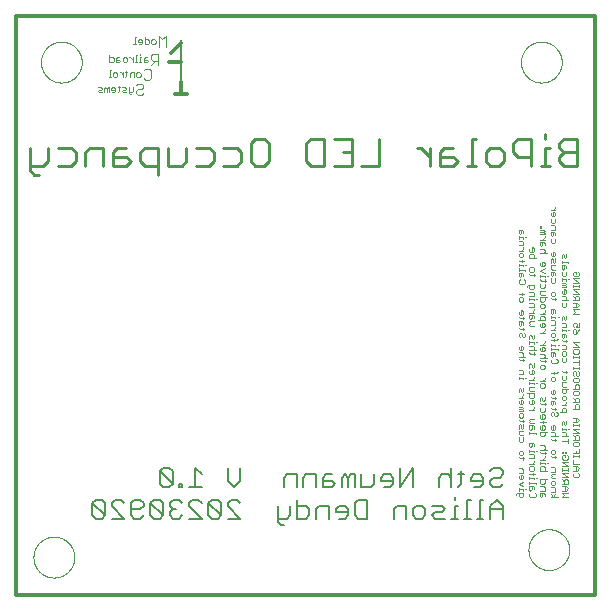
<source format=gbo>
G75*
%MOIN*%
%OFA0B0*%
%FSLAX25Y25*%
%IPPOS*%
%LPD*%
%AMOC8*
5,1,8,0,0,1.08239X$1,22.5*
%
%ADD10C,0.01200*%
%ADD11C,0.00000*%
%ADD12C,0.01000*%
%ADD13C,0.00700*%
%ADD14C,0.00200*%
%ADD15C,0.00500*%
%ADD16C,0.00300*%
D10*
X0011733Y0001600D02*
X0011733Y0194513D01*
X0204647Y0194513D01*
X0204647Y0001600D01*
X0011733Y0001600D01*
X0064733Y0168600D02*
X0066733Y0168600D01*
X0066733Y0172600D01*
X0066733Y0168600D02*
X0068733Y0168600D01*
X0066733Y0179100D02*
X0062733Y0179100D01*
X0063233Y0182100D02*
X0066733Y0185600D01*
D11*
X0019933Y0179100D02*
X0019935Y0179267D01*
X0019941Y0179434D01*
X0019951Y0179600D01*
X0019966Y0179767D01*
X0019984Y0179932D01*
X0020007Y0180098D01*
X0020033Y0180263D01*
X0020064Y0180427D01*
X0020098Y0180590D01*
X0020137Y0180752D01*
X0020179Y0180914D01*
X0020226Y0181074D01*
X0020276Y0181233D01*
X0020331Y0181391D01*
X0020389Y0181547D01*
X0020451Y0181702D01*
X0020516Y0181856D01*
X0020586Y0182007D01*
X0020659Y0182157D01*
X0020736Y0182305D01*
X0020816Y0182452D01*
X0020900Y0182596D01*
X0020988Y0182738D01*
X0021079Y0182878D01*
X0021173Y0183015D01*
X0021271Y0183151D01*
X0021372Y0183284D01*
X0021477Y0183414D01*
X0021584Y0183542D01*
X0021695Y0183667D01*
X0021808Y0183789D01*
X0021925Y0183908D01*
X0022044Y0184025D01*
X0022166Y0184138D01*
X0022291Y0184249D01*
X0022419Y0184356D01*
X0022549Y0184461D01*
X0022682Y0184562D01*
X0022818Y0184660D01*
X0022955Y0184754D01*
X0023095Y0184845D01*
X0023237Y0184933D01*
X0023381Y0185017D01*
X0023528Y0185097D01*
X0023676Y0185174D01*
X0023826Y0185247D01*
X0023977Y0185317D01*
X0024131Y0185382D01*
X0024286Y0185444D01*
X0024442Y0185502D01*
X0024600Y0185557D01*
X0024759Y0185607D01*
X0024919Y0185654D01*
X0025081Y0185696D01*
X0025243Y0185735D01*
X0025406Y0185769D01*
X0025570Y0185800D01*
X0025735Y0185826D01*
X0025901Y0185849D01*
X0026066Y0185867D01*
X0026233Y0185882D01*
X0026399Y0185892D01*
X0026566Y0185898D01*
X0026733Y0185900D01*
X0026900Y0185898D01*
X0027067Y0185892D01*
X0027233Y0185882D01*
X0027400Y0185867D01*
X0027565Y0185849D01*
X0027731Y0185826D01*
X0027896Y0185800D01*
X0028060Y0185769D01*
X0028223Y0185735D01*
X0028385Y0185696D01*
X0028547Y0185654D01*
X0028707Y0185607D01*
X0028866Y0185557D01*
X0029024Y0185502D01*
X0029180Y0185444D01*
X0029335Y0185382D01*
X0029489Y0185317D01*
X0029640Y0185247D01*
X0029790Y0185174D01*
X0029938Y0185097D01*
X0030085Y0185017D01*
X0030229Y0184933D01*
X0030371Y0184845D01*
X0030511Y0184754D01*
X0030648Y0184660D01*
X0030784Y0184562D01*
X0030917Y0184461D01*
X0031047Y0184356D01*
X0031175Y0184249D01*
X0031300Y0184138D01*
X0031422Y0184025D01*
X0031541Y0183908D01*
X0031658Y0183789D01*
X0031771Y0183667D01*
X0031882Y0183542D01*
X0031989Y0183414D01*
X0032094Y0183284D01*
X0032195Y0183151D01*
X0032293Y0183015D01*
X0032387Y0182878D01*
X0032478Y0182738D01*
X0032566Y0182596D01*
X0032650Y0182452D01*
X0032730Y0182305D01*
X0032807Y0182157D01*
X0032880Y0182007D01*
X0032950Y0181856D01*
X0033015Y0181702D01*
X0033077Y0181547D01*
X0033135Y0181391D01*
X0033190Y0181233D01*
X0033240Y0181074D01*
X0033287Y0180914D01*
X0033329Y0180752D01*
X0033368Y0180590D01*
X0033402Y0180427D01*
X0033433Y0180263D01*
X0033459Y0180098D01*
X0033482Y0179932D01*
X0033500Y0179767D01*
X0033515Y0179600D01*
X0033525Y0179434D01*
X0033531Y0179267D01*
X0033533Y0179100D01*
X0033531Y0178933D01*
X0033525Y0178766D01*
X0033515Y0178600D01*
X0033500Y0178433D01*
X0033482Y0178268D01*
X0033459Y0178102D01*
X0033433Y0177937D01*
X0033402Y0177773D01*
X0033368Y0177610D01*
X0033329Y0177448D01*
X0033287Y0177286D01*
X0033240Y0177126D01*
X0033190Y0176967D01*
X0033135Y0176809D01*
X0033077Y0176653D01*
X0033015Y0176498D01*
X0032950Y0176344D01*
X0032880Y0176193D01*
X0032807Y0176043D01*
X0032730Y0175895D01*
X0032650Y0175748D01*
X0032566Y0175604D01*
X0032478Y0175462D01*
X0032387Y0175322D01*
X0032293Y0175185D01*
X0032195Y0175049D01*
X0032094Y0174916D01*
X0031989Y0174786D01*
X0031882Y0174658D01*
X0031771Y0174533D01*
X0031658Y0174411D01*
X0031541Y0174292D01*
X0031422Y0174175D01*
X0031300Y0174062D01*
X0031175Y0173951D01*
X0031047Y0173844D01*
X0030917Y0173739D01*
X0030784Y0173638D01*
X0030648Y0173540D01*
X0030511Y0173446D01*
X0030371Y0173355D01*
X0030229Y0173267D01*
X0030085Y0173183D01*
X0029938Y0173103D01*
X0029790Y0173026D01*
X0029640Y0172953D01*
X0029489Y0172883D01*
X0029335Y0172818D01*
X0029180Y0172756D01*
X0029024Y0172698D01*
X0028866Y0172643D01*
X0028707Y0172593D01*
X0028547Y0172546D01*
X0028385Y0172504D01*
X0028223Y0172465D01*
X0028060Y0172431D01*
X0027896Y0172400D01*
X0027731Y0172374D01*
X0027565Y0172351D01*
X0027400Y0172333D01*
X0027233Y0172318D01*
X0027067Y0172308D01*
X0026900Y0172302D01*
X0026733Y0172300D01*
X0026566Y0172302D01*
X0026399Y0172308D01*
X0026233Y0172318D01*
X0026066Y0172333D01*
X0025901Y0172351D01*
X0025735Y0172374D01*
X0025570Y0172400D01*
X0025406Y0172431D01*
X0025243Y0172465D01*
X0025081Y0172504D01*
X0024919Y0172546D01*
X0024759Y0172593D01*
X0024600Y0172643D01*
X0024442Y0172698D01*
X0024286Y0172756D01*
X0024131Y0172818D01*
X0023977Y0172883D01*
X0023826Y0172953D01*
X0023676Y0173026D01*
X0023528Y0173103D01*
X0023381Y0173183D01*
X0023237Y0173267D01*
X0023095Y0173355D01*
X0022955Y0173446D01*
X0022818Y0173540D01*
X0022682Y0173638D01*
X0022549Y0173739D01*
X0022419Y0173844D01*
X0022291Y0173951D01*
X0022166Y0174062D01*
X0022044Y0174175D01*
X0021925Y0174292D01*
X0021808Y0174411D01*
X0021695Y0174533D01*
X0021584Y0174658D01*
X0021477Y0174786D01*
X0021372Y0174916D01*
X0021271Y0175049D01*
X0021173Y0175185D01*
X0021079Y0175322D01*
X0020988Y0175462D01*
X0020900Y0175604D01*
X0020816Y0175748D01*
X0020736Y0175895D01*
X0020659Y0176043D01*
X0020586Y0176193D01*
X0020516Y0176344D01*
X0020451Y0176498D01*
X0020389Y0176653D01*
X0020331Y0176809D01*
X0020276Y0176967D01*
X0020226Y0177126D01*
X0020179Y0177286D01*
X0020137Y0177448D01*
X0020098Y0177610D01*
X0020064Y0177773D01*
X0020033Y0177937D01*
X0020007Y0178102D01*
X0019984Y0178268D01*
X0019966Y0178433D01*
X0019951Y0178600D01*
X0019941Y0178766D01*
X0019935Y0178933D01*
X0019933Y0179100D01*
X0179933Y0179100D02*
X0179935Y0179267D01*
X0179941Y0179434D01*
X0179951Y0179600D01*
X0179966Y0179767D01*
X0179984Y0179932D01*
X0180007Y0180098D01*
X0180033Y0180263D01*
X0180064Y0180427D01*
X0180098Y0180590D01*
X0180137Y0180752D01*
X0180179Y0180914D01*
X0180226Y0181074D01*
X0180276Y0181233D01*
X0180331Y0181391D01*
X0180389Y0181547D01*
X0180451Y0181702D01*
X0180516Y0181856D01*
X0180586Y0182007D01*
X0180659Y0182157D01*
X0180736Y0182305D01*
X0180816Y0182452D01*
X0180900Y0182596D01*
X0180988Y0182738D01*
X0181079Y0182878D01*
X0181173Y0183015D01*
X0181271Y0183151D01*
X0181372Y0183284D01*
X0181477Y0183414D01*
X0181584Y0183542D01*
X0181695Y0183667D01*
X0181808Y0183789D01*
X0181925Y0183908D01*
X0182044Y0184025D01*
X0182166Y0184138D01*
X0182291Y0184249D01*
X0182419Y0184356D01*
X0182549Y0184461D01*
X0182682Y0184562D01*
X0182818Y0184660D01*
X0182955Y0184754D01*
X0183095Y0184845D01*
X0183237Y0184933D01*
X0183381Y0185017D01*
X0183528Y0185097D01*
X0183676Y0185174D01*
X0183826Y0185247D01*
X0183977Y0185317D01*
X0184131Y0185382D01*
X0184286Y0185444D01*
X0184442Y0185502D01*
X0184600Y0185557D01*
X0184759Y0185607D01*
X0184919Y0185654D01*
X0185081Y0185696D01*
X0185243Y0185735D01*
X0185406Y0185769D01*
X0185570Y0185800D01*
X0185735Y0185826D01*
X0185901Y0185849D01*
X0186066Y0185867D01*
X0186233Y0185882D01*
X0186399Y0185892D01*
X0186566Y0185898D01*
X0186733Y0185900D01*
X0186900Y0185898D01*
X0187067Y0185892D01*
X0187233Y0185882D01*
X0187400Y0185867D01*
X0187565Y0185849D01*
X0187731Y0185826D01*
X0187896Y0185800D01*
X0188060Y0185769D01*
X0188223Y0185735D01*
X0188385Y0185696D01*
X0188547Y0185654D01*
X0188707Y0185607D01*
X0188866Y0185557D01*
X0189024Y0185502D01*
X0189180Y0185444D01*
X0189335Y0185382D01*
X0189489Y0185317D01*
X0189640Y0185247D01*
X0189790Y0185174D01*
X0189938Y0185097D01*
X0190085Y0185017D01*
X0190229Y0184933D01*
X0190371Y0184845D01*
X0190511Y0184754D01*
X0190648Y0184660D01*
X0190784Y0184562D01*
X0190917Y0184461D01*
X0191047Y0184356D01*
X0191175Y0184249D01*
X0191300Y0184138D01*
X0191422Y0184025D01*
X0191541Y0183908D01*
X0191658Y0183789D01*
X0191771Y0183667D01*
X0191882Y0183542D01*
X0191989Y0183414D01*
X0192094Y0183284D01*
X0192195Y0183151D01*
X0192293Y0183015D01*
X0192387Y0182878D01*
X0192478Y0182738D01*
X0192566Y0182596D01*
X0192650Y0182452D01*
X0192730Y0182305D01*
X0192807Y0182157D01*
X0192880Y0182007D01*
X0192950Y0181856D01*
X0193015Y0181702D01*
X0193077Y0181547D01*
X0193135Y0181391D01*
X0193190Y0181233D01*
X0193240Y0181074D01*
X0193287Y0180914D01*
X0193329Y0180752D01*
X0193368Y0180590D01*
X0193402Y0180427D01*
X0193433Y0180263D01*
X0193459Y0180098D01*
X0193482Y0179932D01*
X0193500Y0179767D01*
X0193515Y0179600D01*
X0193525Y0179434D01*
X0193531Y0179267D01*
X0193533Y0179100D01*
X0193531Y0178933D01*
X0193525Y0178766D01*
X0193515Y0178600D01*
X0193500Y0178433D01*
X0193482Y0178268D01*
X0193459Y0178102D01*
X0193433Y0177937D01*
X0193402Y0177773D01*
X0193368Y0177610D01*
X0193329Y0177448D01*
X0193287Y0177286D01*
X0193240Y0177126D01*
X0193190Y0176967D01*
X0193135Y0176809D01*
X0193077Y0176653D01*
X0193015Y0176498D01*
X0192950Y0176344D01*
X0192880Y0176193D01*
X0192807Y0176043D01*
X0192730Y0175895D01*
X0192650Y0175748D01*
X0192566Y0175604D01*
X0192478Y0175462D01*
X0192387Y0175322D01*
X0192293Y0175185D01*
X0192195Y0175049D01*
X0192094Y0174916D01*
X0191989Y0174786D01*
X0191882Y0174658D01*
X0191771Y0174533D01*
X0191658Y0174411D01*
X0191541Y0174292D01*
X0191422Y0174175D01*
X0191300Y0174062D01*
X0191175Y0173951D01*
X0191047Y0173844D01*
X0190917Y0173739D01*
X0190784Y0173638D01*
X0190648Y0173540D01*
X0190511Y0173446D01*
X0190371Y0173355D01*
X0190229Y0173267D01*
X0190085Y0173183D01*
X0189938Y0173103D01*
X0189790Y0173026D01*
X0189640Y0172953D01*
X0189489Y0172883D01*
X0189335Y0172818D01*
X0189180Y0172756D01*
X0189024Y0172698D01*
X0188866Y0172643D01*
X0188707Y0172593D01*
X0188547Y0172546D01*
X0188385Y0172504D01*
X0188223Y0172465D01*
X0188060Y0172431D01*
X0187896Y0172400D01*
X0187731Y0172374D01*
X0187565Y0172351D01*
X0187400Y0172333D01*
X0187233Y0172318D01*
X0187067Y0172308D01*
X0186900Y0172302D01*
X0186733Y0172300D01*
X0186566Y0172302D01*
X0186399Y0172308D01*
X0186233Y0172318D01*
X0186066Y0172333D01*
X0185901Y0172351D01*
X0185735Y0172374D01*
X0185570Y0172400D01*
X0185406Y0172431D01*
X0185243Y0172465D01*
X0185081Y0172504D01*
X0184919Y0172546D01*
X0184759Y0172593D01*
X0184600Y0172643D01*
X0184442Y0172698D01*
X0184286Y0172756D01*
X0184131Y0172818D01*
X0183977Y0172883D01*
X0183826Y0172953D01*
X0183676Y0173026D01*
X0183528Y0173103D01*
X0183381Y0173183D01*
X0183237Y0173267D01*
X0183095Y0173355D01*
X0182955Y0173446D01*
X0182818Y0173540D01*
X0182682Y0173638D01*
X0182549Y0173739D01*
X0182419Y0173844D01*
X0182291Y0173951D01*
X0182166Y0174062D01*
X0182044Y0174175D01*
X0181925Y0174292D01*
X0181808Y0174411D01*
X0181695Y0174533D01*
X0181584Y0174658D01*
X0181477Y0174786D01*
X0181372Y0174916D01*
X0181271Y0175049D01*
X0181173Y0175185D01*
X0181079Y0175322D01*
X0180988Y0175462D01*
X0180900Y0175604D01*
X0180816Y0175748D01*
X0180736Y0175895D01*
X0180659Y0176043D01*
X0180586Y0176193D01*
X0180516Y0176344D01*
X0180451Y0176498D01*
X0180389Y0176653D01*
X0180331Y0176809D01*
X0180276Y0176967D01*
X0180226Y0177126D01*
X0180179Y0177286D01*
X0180137Y0177448D01*
X0180098Y0177610D01*
X0180064Y0177773D01*
X0180033Y0177937D01*
X0180007Y0178102D01*
X0179984Y0178268D01*
X0179966Y0178433D01*
X0179951Y0178600D01*
X0179941Y0178766D01*
X0179935Y0178933D01*
X0179933Y0179100D01*
X0182433Y0016600D02*
X0182435Y0016767D01*
X0182441Y0016934D01*
X0182451Y0017100D01*
X0182466Y0017267D01*
X0182484Y0017432D01*
X0182507Y0017598D01*
X0182533Y0017763D01*
X0182564Y0017927D01*
X0182598Y0018090D01*
X0182637Y0018252D01*
X0182679Y0018414D01*
X0182726Y0018574D01*
X0182776Y0018733D01*
X0182831Y0018891D01*
X0182889Y0019047D01*
X0182951Y0019202D01*
X0183016Y0019356D01*
X0183086Y0019507D01*
X0183159Y0019657D01*
X0183236Y0019805D01*
X0183316Y0019952D01*
X0183400Y0020096D01*
X0183488Y0020238D01*
X0183579Y0020378D01*
X0183673Y0020515D01*
X0183771Y0020651D01*
X0183872Y0020784D01*
X0183977Y0020914D01*
X0184084Y0021042D01*
X0184195Y0021167D01*
X0184308Y0021289D01*
X0184425Y0021408D01*
X0184544Y0021525D01*
X0184666Y0021638D01*
X0184791Y0021749D01*
X0184919Y0021856D01*
X0185049Y0021961D01*
X0185182Y0022062D01*
X0185318Y0022160D01*
X0185455Y0022254D01*
X0185595Y0022345D01*
X0185737Y0022433D01*
X0185881Y0022517D01*
X0186028Y0022597D01*
X0186176Y0022674D01*
X0186326Y0022747D01*
X0186477Y0022817D01*
X0186631Y0022882D01*
X0186786Y0022944D01*
X0186942Y0023002D01*
X0187100Y0023057D01*
X0187259Y0023107D01*
X0187419Y0023154D01*
X0187581Y0023196D01*
X0187743Y0023235D01*
X0187906Y0023269D01*
X0188070Y0023300D01*
X0188235Y0023326D01*
X0188401Y0023349D01*
X0188566Y0023367D01*
X0188733Y0023382D01*
X0188899Y0023392D01*
X0189066Y0023398D01*
X0189233Y0023400D01*
X0189400Y0023398D01*
X0189567Y0023392D01*
X0189733Y0023382D01*
X0189900Y0023367D01*
X0190065Y0023349D01*
X0190231Y0023326D01*
X0190396Y0023300D01*
X0190560Y0023269D01*
X0190723Y0023235D01*
X0190885Y0023196D01*
X0191047Y0023154D01*
X0191207Y0023107D01*
X0191366Y0023057D01*
X0191524Y0023002D01*
X0191680Y0022944D01*
X0191835Y0022882D01*
X0191989Y0022817D01*
X0192140Y0022747D01*
X0192290Y0022674D01*
X0192438Y0022597D01*
X0192585Y0022517D01*
X0192729Y0022433D01*
X0192871Y0022345D01*
X0193011Y0022254D01*
X0193148Y0022160D01*
X0193284Y0022062D01*
X0193417Y0021961D01*
X0193547Y0021856D01*
X0193675Y0021749D01*
X0193800Y0021638D01*
X0193922Y0021525D01*
X0194041Y0021408D01*
X0194158Y0021289D01*
X0194271Y0021167D01*
X0194382Y0021042D01*
X0194489Y0020914D01*
X0194594Y0020784D01*
X0194695Y0020651D01*
X0194793Y0020515D01*
X0194887Y0020378D01*
X0194978Y0020238D01*
X0195066Y0020096D01*
X0195150Y0019952D01*
X0195230Y0019805D01*
X0195307Y0019657D01*
X0195380Y0019507D01*
X0195450Y0019356D01*
X0195515Y0019202D01*
X0195577Y0019047D01*
X0195635Y0018891D01*
X0195690Y0018733D01*
X0195740Y0018574D01*
X0195787Y0018414D01*
X0195829Y0018252D01*
X0195868Y0018090D01*
X0195902Y0017927D01*
X0195933Y0017763D01*
X0195959Y0017598D01*
X0195982Y0017432D01*
X0196000Y0017267D01*
X0196015Y0017100D01*
X0196025Y0016934D01*
X0196031Y0016767D01*
X0196033Y0016600D01*
X0196031Y0016433D01*
X0196025Y0016266D01*
X0196015Y0016100D01*
X0196000Y0015933D01*
X0195982Y0015768D01*
X0195959Y0015602D01*
X0195933Y0015437D01*
X0195902Y0015273D01*
X0195868Y0015110D01*
X0195829Y0014948D01*
X0195787Y0014786D01*
X0195740Y0014626D01*
X0195690Y0014467D01*
X0195635Y0014309D01*
X0195577Y0014153D01*
X0195515Y0013998D01*
X0195450Y0013844D01*
X0195380Y0013693D01*
X0195307Y0013543D01*
X0195230Y0013395D01*
X0195150Y0013248D01*
X0195066Y0013104D01*
X0194978Y0012962D01*
X0194887Y0012822D01*
X0194793Y0012685D01*
X0194695Y0012549D01*
X0194594Y0012416D01*
X0194489Y0012286D01*
X0194382Y0012158D01*
X0194271Y0012033D01*
X0194158Y0011911D01*
X0194041Y0011792D01*
X0193922Y0011675D01*
X0193800Y0011562D01*
X0193675Y0011451D01*
X0193547Y0011344D01*
X0193417Y0011239D01*
X0193284Y0011138D01*
X0193148Y0011040D01*
X0193011Y0010946D01*
X0192871Y0010855D01*
X0192729Y0010767D01*
X0192585Y0010683D01*
X0192438Y0010603D01*
X0192290Y0010526D01*
X0192140Y0010453D01*
X0191989Y0010383D01*
X0191835Y0010318D01*
X0191680Y0010256D01*
X0191524Y0010198D01*
X0191366Y0010143D01*
X0191207Y0010093D01*
X0191047Y0010046D01*
X0190885Y0010004D01*
X0190723Y0009965D01*
X0190560Y0009931D01*
X0190396Y0009900D01*
X0190231Y0009874D01*
X0190065Y0009851D01*
X0189900Y0009833D01*
X0189733Y0009818D01*
X0189567Y0009808D01*
X0189400Y0009802D01*
X0189233Y0009800D01*
X0189066Y0009802D01*
X0188899Y0009808D01*
X0188733Y0009818D01*
X0188566Y0009833D01*
X0188401Y0009851D01*
X0188235Y0009874D01*
X0188070Y0009900D01*
X0187906Y0009931D01*
X0187743Y0009965D01*
X0187581Y0010004D01*
X0187419Y0010046D01*
X0187259Y0010093D01*
X0187100Y0010143D01*
X0186942Y0010198D01*
X0186786Y0010256D01*
X0186631Y0010318D01*
X0186477Y0010383D01*
X0186326Y0010453D01*
X0186176Y0010526D01*
X0186028Y0010603D01*
X0185881Y0010683D01*
X0185737Y0010767D01*
X0185595Y0010855D01*
X0185455Y0010946D01*
X0185318Y0011040D01*
X0185182Y0011138D01*
X0185049Y0011239D01*
X0184919Y0011344D01*
X0184791Y0011451D01*
X0184666Y0011562D01*
X0184544Y0011675D01*
X0184425Y0011792D01*
X0184308Y0011911D01*
X0184195Y0012033D01*
X0184084Y0012158D01*
X0183977Y0012286D01*
X0183872Y0012416D01*
X0183771Y0012549D01*
X0183673Y0012685D01*
X0183579Y0012822D01*
X0183488Y0012962D01*
X0183400Y0013104D01*
X0183316Y0013248D01*
X0183236Y0013395D01*
X0183159Y0013543D01*
X0183086Y0013693D01*
X0183016Y0013844D01*
X0182951Y0013998D01*
X0182889Y0014153D01*
X0182831Y0014309D01*
X0182776Y0014467D01*
X0182726Y0014626D01*
X0182679Y0014786D01*
X0182637Y0014948D01*
X0182598Y0015110D01*
X0182564Y0015273D01*
X0182533Y0015437D01*
X0182507Y0015602D01*
X0182484Y0015768D01*
X0182466Y0015933D01*
X0182451Y0016100D01*
X0182441Y0016266D01*
X0182435Y0016433D01*
X0182433Y0016600D01*
X0017433Y0014100D02*
X0017435Y0014267D01*
X0017441Y0014434D01*
X0017451Y0014600D01*
X0017466Y0014767D01*
X0017484Y0014932D01*
X0017507Y0015098D01*
X0017533Y0015263D01*
X0017564Y0015427D01*
X0017598Y0015590D01*
X0017637Y0015752D01*
X0017679Y0015914D01*
X0017726Y0016074D01*
X0017776Y0016233D01*
X0017831Y0016391D01*
X0017889Y0016547D01*
X0017951Y0016702D01*
X0018016Y0016856D01*
X0018086Y0017007D01*
X0018159Y0017157D01*
X0018236Y0017305D01*
X0018316Y0017452D01*
X0018400Y0017596D01*
X0018488Y0017738D01*
X0018579Y0017878D01*
X0018673Y0018015D01*
X0018771Y0018151D01*
X0018872Y0018284D01*
X0018977Y0018414D01*
X0019084Y0018542D01*
X0019195Y0018667D01*
X0019308Y0018789D01*
X0019425Y0018908D01*
X0019544Y0019025D01*
X0019666Y0019138D01*
X0019791Y0019249D01*
X0019919Y0019356D01*
X0020049Y0019461D01*
X0020182Y0019562D01*
X0020318Y0019660D01*
X0020455Y0019754D01*
X0020595Y0019845D01*
X0020737Y0019933D01*
X0020881Y0020017D01*
X0021028Y0020097D01*
X0021176Y0020174D01*
X0021326Y0020247D01*
X0021477Y0020317D01*
X0021631Y0020382D01*
X0021786Y0020444D01*
X0021942Y0020502D01*
X0022100Y0020557D01*
X0022259Y0020607D01*
X0022419Y0020654D01*
X0022581Y0020696D01*
X0022743Y0020735D01*
X0022906Y0020769D01*
X0023070Y0020800D01*
X0023235Y0020826D01*
X0023401Y0020849D01*
X0023566Y0020867D01*
X0023733Y0020882D01*
X0023899Y0020892D01*
X0024066Y0020898D01*
X0024233Y0020900D01*
X0024400Y0020898D01*
X0024567Y0020892D01*
X0024733Y0020882D01*
X0024900Y0020867D01*
X0025065Y0020849D01*
X0025231Y0020826D01*
X0025396Y0020800D01*
X0025560Y0020769D01*
X0025723Y0020735D01*
X0025885Y0020696D01*
X0026047Y0020654D01*
X0026207Y0020607D01*
X0026366Y0020557D01*
X0026524Y0020502D01*
X0026680Y0020444D01*
X0026835Y0020382D01*
X0026989Y0020317D01*
X0027140Y0020247D01*
X0027290Y0020174D01*
X0027438Y0020097D01*
X0027585Y0020017D01*
X0027729Y0019933D01*
X0027871Y0019845D01*
X0028011Y0019754D01*
X0028148Y0019660D01*
X0028284Y0019562D01*
X0028417Y0019461D01*
X0028547Y0019356D01*
X0028675Y0019249D01*
X0028800Y0019138D01*
X0028922Y0019025D01*
X0029041Y0018908D01*
X0029158Y0018789D01*
X0029271Y0018667D01*
X0029382Y0018542D01*
X0029489Y0018414D01*
X0029594Y0018284D01*
X0029695Y0018151D01*
X0029793Y0018015D01*
X0029887Y0017878D01*
X0029978Y0017738D01*
X0030066Y0017596D01*
X0030150Y0017452D01*
X0030230Y0017305D01*
X0030307Y0017157D01*
X0030380Y0017007D01*
X0030450Y0016856D01*
X0030515Y0016702D01*
X0030577Y0016547D01*
X0030635Y0016391D01*
X0030690Y0016233D01*
X0030740Y0016074D01*
X0030787Y0015914D01*
X0030829Y0015752D01*
X0030868Y0015590D01*
X0030902Y0015427D01*
X0030933Y0015263D01*
X0030959Y0015098D01*
X0030982Y0014932D01*
X0031000Y0014767D01*
X0031015Y0014600D01*
X0031025Y0014434D01*
X0031031Y0014267D01*
X0031033Y0014100D01*
X0031031Y0013933D01*
X0031025Y0013766D01*
X0031015Y0013600D01*
X0031000Y0013433D01*
X0030982Y0013268D01*
X0030959Y0013102D01*
X0030933Y0012937D01*
X0030902Y0012773D01*
X0030868Y0012610D01*
X0030829Y0012448D01*
X0030787Y0012286D01*
X0030740Y0012126D01*
X0030690Y0011967D01*
X0030635Y0011809D01*
X0030577Y0011653D01*
X0030515Y0011498D01*
X0030450Y0011344D01*
X0030380Y0011193D01*
X0030307Y0011043D01*
X0030230Y0010895D01*
X0030150Y0010748D01*
X0030066Y0010604D01*
X0029978Y0010462D01*
X0029887Y0010322D01*
X0029793Y0010185D01*
X0029695Y0010049D01*
X0029594Y0009916D01*
X0029489Y0009786D01*
X0029382Y0009658D01*
X0029271Y0009533D01*
X0029158Y0009411D01*
X0029041Y0009292D01*
X0028922Y0009175D01*
X0028800Y0009062D01*
X0028675Y0008951D01*
X0028547Y0008844D01*
X0028417Y0008739D01*
X0028284Y0008638D01*
X0028148Y0008540D01*
X0028011Y0008446D01*
X0027871Y0008355D01*
X0027729Y0008267D01*
X0027585Y0008183D01*
X0027438Y0008103D01*
X0027290Y0008026D01*
X0027140Y0007953D01*
X0026989Y0007883D01*
X0026835Y0007818D01*
X0026680Y0007756D01*
X0026524Y0007698D01*
X0026366Y0007643D01*
X0026207Y0007593D01*
X0026047Y0007546D01*
X0025885Y0007504D01*
X0025723Y0007465D01*
X0025560Y0007431D01*
X0025396Y0007400D01*
X0025231Y0007374D01*
X0025065Y0007351D01*
X0024900Y0007333D01*
X0024733Y0007318D01*
X0024567Y0007308D01*
X0024400Y0007302D01*
X0024233Y0007300D01*
X0024066Y0007302D01*
X0023899Y0007308D01*
X0023733Y0007318D01*
X0023566Y0007333D01*
X0023401Y0007351D01*
X0023235Y0007374D01*
X0023070Y0007400D01*
X0022906Y0007431D01*
X0022743Y0007465D01*
X0022581Y0007504D01*
X0022419Y0007546D01*
X0022259Y0007593D01*
X0022100Y0007643D01*
X0021942Y0007698D01*
X0021786Y0007756D01*
X0021631Y0007818D01*
X0021477Y0007883D01*
X0021326Y0007953D01*
X0021176Y0008026D01*
X0021028Y0008103D01*
X0020881Y0008183D01*
X0020737Y0008267D01*
X0020595Y0008355D01*
X0020455Y0008446D01*
X0020318Y0008540D01*
X0020182Y0008638D01*
X0020049Y0008739D01*
X0019919Y0008844D01*
X0019791Y0008951D01*
X0019666Y0009062D01*
X0019544Y0009175D01*
X0019425Y0009292D01*
X0019308Y0009411D01*
X0019195Y0009533D01*
X0019084Y0009658D01*
X0018977Y0009786D01*
X0018872Y0009916D01*
X0018771Y0010049D01*
X0018673Y0010185D01*
X0018579Y0010322D01*
X0018488Y0010462D01*
X0018400Y0010604D01*
X0018316Y0010748D01*
X0018236Y0010895D01*
X0018159Y0011043D01*
X0018086Y0011193D01*
X0018016Y0011344D01*
X0017951Y0011498D01*
X0017889Y0011653D01*
X0017831Y0011809D01*
X0017776Y0011967D01*
X0017726Y0012126D01*
X0017679Y0012286D01*
X0017637Y0012448D01*
X0017598Y0012610D01*
X0017564Y0012773D01*
X0017533Y0012937D01*
X0017507Y0013102D01*
X0017484Y0013268D01*
X0017466Y0013433D01*
X0017451Y0013600D01*
X0017441Y0013766D01*
X0017435Y0013933D01*
X0017433Y0014100D01*
D12*
X0017745Y0141597D02*
X0016244Y0143099D01*
X0016244Y0150605D01*
X0016244Y0144600D02*
X0020748Y0144600D01*
X0022249Y0146101D01*
X0022249Y0150605D01*
X0025452Y0150605D02*
X0029956Y0150605D01*
X0031457Y0149104D01*
X0031457Y0146101D01*
X0029956Y0144600D01*
X0025452Y0144600D01*
X0019247Y0141597D02*
X0017745Y0141597D01*
X0034660Y0144600D02*
X0034660Y0149104D01*
X0036161Y0150605D01*
X0040665Y0150605D01*
X0040665Y0144600D01*
X0043868Y0144600D02*
X0043868Y0149104D01*
X0045369Y0150605D01*
X0048372Y0150605D01*
X0048372Y0147603D02*
X0043868Y0147603D01*
X0043868Y0144600D02*
X0048372Y0144600D01*
X0049873Y0146101D01*
X0048372Y0147603D01*
X0053076Y0149104D02*
X0053076Y0146101D01*
X0054577Y0144600D01*
X0059081Y0144600D01*
X0059081Y0141597D02*
X0059081Y0150605D01*
X0054577Y0150605D01*
X0053076Y0149104D01*
X0062283Y0150605D02*
X0062283Y0144600D01*
X0066787Y0144600D01*
X0068289Y0146101D01*
X0068289Y0150605D01*
X0071491Y0150605D02*
X0075995Y0150605D01*
X0077496Y0149104D01*
X0077496Y0146101D01*
X0075995Y0144600D01*
X0071491Y0144600D01*
X0080699Y0144600D02*
X0085203Y0144600D01*
X0086704Y0146101D01*
X0086704Y0149104D01*
X0085203Y0150605D01*
X0080699Y0150605D01*
X0089907Y0152106D02*
X0089907Y0146101D01*
X0091408Y0144600D01*
X0094411Y0144600D01*
X0095912Y0146101D01*
X0095912Y0152106D01*
X0094411Y0153608D01*
X0091408Y0153608D01*
X0089907Y0152106D01*
X0108323Y0152106D02*
X0108323Y0146101D01*
X0109824Y0144600D01*
X0114328Y0144600D01*
X0114328Y0153608D01*
X0109824Y0153608D01*
X0108323Y0152106D01*
X0117531Y0153608D02*
X0123536Y0153608D01*
X0123536Y0144600D01*
X0117531Y0144600D01*
X0120533Y0149104D02*
X0123536Y0149104D01*
X0126738Y0144600D02*
X0132744Y0144600D01*
X0132744Y0153608D01*
X0145121Y0150605D02*
X0146622Y0150605D01*
X0149625Y0147603D01*
X0149625Y0150605D02*
X0149625Y0144600D01*
X0152827Y0144600D02*
X0152827Y0149104D01*
X0154329Y0150605D01*
X0157331Y0150605D01*
X0157331Y0147603D02*
X0152827Y0147603D01*
X0152827Y0144600D02*
X0157331Y0144600D01*
X0158833Y0146101D01*
X0157331Y0147603D01*
X0161969Y0144600D02*
X0164971Y0144600D01*
X0163470Y0144600D02*
X0163470Y0153608D01*
X0164971Y0153608D01*
X0168174Y0149104D02*
X0169675Y0150605D01*
X0172678Y0150605D01*
X0174179Y0149104D01*
X0174179Y0146101D01*
X0172678Y0144600D01*
X0169675Y0144600D01*
X0168174Y0146101D01*
X0168174Y0149104D01*
X0177382Y0149104D02*
X0178883Y0147603D01*
X0183387Y0147603D01*
X0183387Y0144600D02*
X0183387Y0153608D01*
X0178883Y0153608D01*
X0177382Y0152106D01*
X0177382Y0149104D01*
X0186523Y0144600D02*
X0189525Y0144600D01*
X0188024Y0144600D02*
X0188024Y0150605D01*
X0189525Y0150605D01*
X0192728Y0150605D02*
X0194229Y0149104D01*
X0198733Y0149104D01*
X0194229Y0149104D02*
X0192728Y0147603D01*
X0192728Y0146101D01*
X0194229Y0144600D01*
X0198733Y0144600D01*
X0198733Y0153608D01*
X0194229Y0153608D01*
X0192728Y0152106D01*
X0192728Y0150605D01*
X0188024Y0153608D02*
X0188024Y0155109D01*
D13*
X0172832Y0043755D02*
X0170731Y0043755D01*
X0169680Y0042704D01*
X0170731Y0040603D02*
X0169680Y0039552D01*
X0169680Y0038501D01*
X0170731Y0037450D01*
X0172832Y0037450D01*
X0173883Y0038501D01*
X0172832Y0040603D02*
X0170731Y0040603D01*
X0172832Y0040603D02*
X0173883Y0041654D01*
X0173883Y0042704D01*
X0172832Y0043755D01*
X0167438Y0040603D02*
X0166387Y0041654D01*
X0164285Y0041654D01*
X0163234Y0040603D01*
X0163234Y0039552D01*
X0167438Y0039552D01*
X0167438Y0038501D02*
X0167438Y0040603D01*
X0167438Y0038501D02*
X0166387Y0037450D01*
X0164285Y0037450D01*
X0159941Y0038501D02*
X0159941Y0042704D01*
X0160992Y0041654D02*
X0158890Y0041654D01*
X0156695Y0040603D02*
X0155644Y0041654D01*
X0153543Y0041654D01*
X0152492Y0040603D01*
X0152492Y0037450D01*
X0156695Y0037450D02*
X0156695Y0043755D01*
X0159941Y0038501D02*
X0158890Y0037450D01*
X0157793Y0034306D02*
X0157793Y0033255D01*
X0157793Y0031154D02*
X0157793Y0026950D01*
X0158844Y0026950D02*
X0156742Y0026950D01*
X0154547Y0026950D02*
X0151394Y0026950D01*
X0150343Y0028001D01*
X0151394Y0029052D01*
X0153496Y0029052D01*
X0154547Y0030103D01*
X0153496Y0031154D01*
X0150343Y0031154D01*
X0148101Y0030103D02*
X0148101Y0028001D01*
X0147050Y0026950D01*
X0144949Y0026950D01*
X0143898Y0028001D01*
X0143898Y0030103D01*
X0144949Y0031154D01*
X0147050Y0031154D01*
X0148101Y0030103D01*
X0141656Y0031154D02*
X0141656Y0026950D01*
X0141656Y0031154D02*
X0138503Y0031154D01*
X0137452Y0030103D01*
X0137452Y0026950D01*
X0128765Y0026950D02*
X0125612Y0026950D01*
X0124561Y0028001D01*
X0124561Y0032204D01*
X0125612Y0033255D01*
X0128765Y0033255D01*
X0128765Y0026950D01*
X0122319Y0028001D02*
X0122319Y0030103D01*
X0121268Y0031154D01*
X0119167Y0031154D01*
X0118116Y0030103D01*
X0118116Y0029052D01*
X0122319Y0029052D01*
X0122319Y0028001D02*
X0121268Y0026950D01*
X0119167Y0026950D01*
X0115874Y0026950D02*
X0115874Y0031154D01*
X0112721Y0031154D01*
X0111670Y0030103D01*
X0111670Y0026950D01*
X0109428Y0028001D02*
X0109428Y0030103D01*
X0108377Y0031154D01*
X0105225Y0031154D01*
X0105225Y0033255D02*
X0105225Y0026950D01*
X0108377Y0026950D01*
X0109428Y0028001D01*
X0102983Y0028001D02*
X0101932Y0026950D01*
X0098779Y0026950D01*
X0098779Y0025899D02*
X0099830Y0024848D01*
X0100881Y0024848D01*
X0098779Y0025899D02*
X0098779Y0031154D01*
X0102983Y0031154D02*
X0102983Y0028001D01*
X0100928Y0037450D02*
X0100928Y0040603D01*
X0101979Y0041654D01*
X0105131Y0041654D01*
X0105131Y0037450D01*
X0107373Y0037450D02*
X0107373Y0040603D01*
X0108424Y0041654D01*
X0111577Y0041654D01*
X0111577Y0037450D01*
X0113819Y0037450D02*
X0113819Y0040603D01*
X0114870Y0041654D01*
X0116971Y0041654D01*
X0116971Y0039552D02*
X0113819Y0039552D01*
X0113819Y0037450D02*
X0116971Y0037450D01*
X0118022Y0038501D01*
X0116971Y0039552D01*
X0120264Y0040603D02*
X0120264Y0037450D01*
X0122366Y0037450D02*
X0122366Y0040603D01*
X0121315Y0041654D01*
X0120264Y0040603D01*
X0122366Y0040603D02*
X0123417Y0041654D01*
X0124468Y0041654D01*
X0124468Y0037450D01*
X0126710Y0037450D02*
X0126710Y0041654D01*
X0130913Y0041654D02*
X0130913Y0038501D01*
X0129862Y0037450D01*
X0126710Y0037450D01*
X0133155Y0039552D02*
X0137359Y0039552D01*
X0137359Y0040603D02*
X0136308Y0041654D01*
X0134206Y0041654D01*
X0133155Y0040603D01*
X0133155Y0039552D01*
X0134206Y0037450D02*
X0136308Y0037450D01*
X0137359Y0038501D01*
X0137359Y0040603D01*
X0139601Y0037450D02*
X0139601Y0043755D01*
X0143804Y0043755D02*
X0139601Y0037450D01*
X0143804Y0037450D02*
X0143804Y0043755D01*
X0157793Y0031154D02*
X0158844Y0031154D01*
X0162090Y0033255D02*
X0162090Y0026950D01*
X0163141Y0026950D02*
X0161039Y0026950D01*
X0165336Y0026950D02*
X0167438Y0026950D01*
X0166387Y0026950D02*
X0166387Y0033255D01*
X0167438Y0033255D01*
X0169680Y0031154D02*
X0169680Y0026950D01*
X0169680Y0030103D02*
X0173883Y0030103D01*
X0173883Y0031154D02*
X0171781Y0033255D01*
X0169680Y0031154D01*
X0173883Y0031154D02*
X0173883Y0026950D01*
X0163141Y0033255D02*
X0162090Y0033255D01*
X0086383Y0032204D02*
X0085332Y0033255D01*
X0083231Y0033255D01*
X0082180Y0032204D01*
X0082180Y0031154D01*
X0086383Y0026950D01*
X0082180Y0026950D01*
X0079938Y0028001D02*
X0075734Y0032204D01*
X0075734Y0028001D01*
X0076785Y0026950D01*
X0078887Y0026950D01*
X0079938Y0028001D01*
X0079938Y0032204D01*
X0078887Y0033255D01*
X0076785Y0033255D01*
X0075734Y0032204D01*
X0073492Y0032204D02*
X0072441Y0033255D01*
X0070340Y0033255D01*
X0069289Y0032204D01*
X0069289Y0031154D01*
X0073492Y0026950D01*
X0069289Y0026950D01*
X0067047Y0028001D02*
X0065996Y0026950D01*
X0063894Y0026950D01*
X0062843Y0028001D01*
X0062843Y0029052D01*
X0063894Y0030103D01*
X0064945Y0030103D01*
X0063894Y0030103D02*
X0062843Y0031154D01*
X0062843Y0032204D01*
X0063894Y0033255D01*
X0065996Y0033255D01*
X0067047Y0032204D01*
X0067047Y0037450D02*
X0065996Y0037450D01*
X0065996Y0038501D01*
X0067047Y0038501D01*
X0067047Y0037450D01*
X0069289Y0037450D02*
X0073492Y0037450D01*
X0071390Y0037450D02*
X0071390Y0043755D01*
X0073492Y0041654D01*
X0082180Y0039552D02*
X0082180Y0043755D01*
X0082180Y0039552D02*
X0084281Y0037450D01*
X0086383Y0039552D01*
X0086383Y0043755D01*
X0063824Y0042704D02*
X0063824Y0038501D01*
X0059620Y0042704D01*
X0059620Y0038501D01*
X0060671Y0037450D01*
X0062773Y0037450D01*
X0063824Y0038501D01*
X0063824Y0042704D02*
X0062773Y0043755D01*
X0060671Y0043755D01*
X0059620Y0042704D01*
X0059550Y0033255D02*
X0057449Y0033255D01*
X0056398Y0032204D01*
X0060601Y0028001D01*
X0059550Y0026950D01*
X0057449Y0026950D01*
X0056398Y0028001D01*
X0056398Y0032204D01*
X0054156Y0032204D02*
X0054156Y0031154D01*
X0053105Y0030103D01*
X0049952Y0030103D01*
X0049952Y0032204D02*
X0049952Y0028001D01*
X0051003Y0026950D01*
X0053105Y0026950D01*
X0054156Y0028001D01*
X0054156Y0032204D02*
X0053105Y0033255D01*
X0051003Y0033255D01*
X0049952Y0032204D01*
X0047710Y0032204D02*
X0046659Y0033255D01*
X0044558Y0033255D01*
X0043507Y0032204D01*
X0043507Y0031154D01*
X0047710Y0026950D01*
X0043507Y0026950D01*
X0041265Y0028001D02*
X0037061Y0032204D01*
X0037061Y0028001D01*
X0038112Y0026950D01*
X0040214Y0026950D01*
X0041265Y0028001D01*
X0041265Y0032204D01*
X0040214Y0033255D01*
X0038112Y0033255D01*
X0037061Y0032204D01*
X0059550Y0033255D02*
X0060601Y0032204D01*
X0060601Y0028001D01*
D14*
X0178399Y0034831D02*
X0178399Y0035198D01*
X0178766Y0035564D01*
X0180601Y0035564D01*
X0180601Y0034464D01*
X0180234Y0034097D01*
X0179500Y0034097D01*
X0179133Y0034464D01*
X0179133Y0035564D01*
X0179133Y0034464D01*
X0179500Y0034097D01*
X0180234Y0034097D01*
X0180601Y0034464D01*
X0180601Y0035564D01*
X0178766Y0035564D01*
X0178399Y0035198D01*
X0178399Y0034831D01*
X0179133Y0036306D02*
X0179133Y0037040D01*
X0179133Y0036306D01*
X0179133Y0036673D02*
X0180601Y0036673D01*
X0180601Y0036306D01*
X0180601Y0036673D01*
X0179133Y0036673D01*
X0180601Y0037780D02*
X0179133Y0038514D01*
X0180601Y0039248D01*
X0179133Y0038514D01*
X0180601Y0037780D01*
X0181335Y0036673D02*
X0181702Y0036673D01*
X0181335Y0036673D01*
X0182733Y0036673D02*
X0182733Y0037774D01*
X0183834Y0037774D01*
X0184201Y0037407D01*
X0184201Y0036673D01*
X0184201Y0037407D01*
X0183834Y0037774D01*
X0182733Y0037774D01*
X0182733Y0036673D01*
X0183100Y0036306D01*
X0183467Y0036673D01*
X0183467Y0037774D01*
X0183467Y0036673D01*
X0183100Y0036306D01*
X0182733Y0036673D01*
X0183100Y0035564D02*
X0182733Y0035198D01*
X0182733Y0034464D01*
X0183100Y0034097D01*
X0184568Y0034097D01*
X0184935Y0034464D01*
X0184935Y0035198D01*
X0184568Y0035564D01*
X0184935Y0035198D01*
X0184935Y0034464D01*
X0184568Y0034097D01*
X0183100Y0034097D01*
X0182733Y0034464D01*
X0182733Y0035198D01*
X0183100Y0035564D01*
X0182733Y0038516D02*
X0182733Y0039250D01*
X0182733Y0038516D01*
X0182733Y0038883D02*
X0184935Y0038883D01*
X0184935Y0038516D01*
X0184935Y0038883D01*
X0182733Y0038883D01*
X0182733Y0039990D02*
X0182733Y0040724D01*
X0182733Y0039990D01*
X0182733Y0040357D02*
X0184201Y0040357D01*
X0184201Y0039990D01*
X0184201Y0040357D01*
X0182733Y0040357D01*
X0182733Y0041830D02*
X0184568Y0041830D01*
X0184935Y0042197D01*
X0184568Y0041830D01*
X0182733Y0041830D01*
X0183834Y0041463D02*
X0183834Y0042197D01*
X0183834Y0041463D01*
X0183834Y0042936D02*
X0183100Y0042936D01*
X0182733Y0043303D01*
X0182733Y0044037D01*
X0183100Y0044404D01*
X0183834Y0044404D01*
X0184201Y0044037D01*
X0184201Y0043303D01*
X0183834Y0042936D01*
X0183100Y0042936D01*
X0182733Y0043303D01*
X0182733Y0044037D01*
X0183100Y0044404D01*
X0183834Y0044404D01*
X0184201Y0044037D01*
X0184201Y0043303D01*
X0183834Y0042936D01*
X0183467Y0045146D02*
X0184201Y0045880D01*
X0184201Y0046247D01*
X0184201Y0045880D01*
X0183467Y0045146D01*
X0182733Y0045146D02*
X0184201Y0045146D01*
X0182733Y0045146D01*
X0182733Y0046988D02*
X0184201Y0046988D01*
X0184201Y0048088D01*
X0183834Y0048455D01*
X0182733Y0048455D01*
X0183834Y0048455D01*
X0184201Y0048088D01*
X0184201Y0046988D01*
X0182733Y0046988D01*
X0180968Y0046986D02*
X0179500Y0046986D01*
X0179133Y0047353D01*
X0179500Y0046986D01*
X0180968Y0046986D01*
X0180601Y0046619D02*
X0180601Y0047353D01*
X0180601Y0046619D01*
X0180234Y0048092D02*
X0179500Y0048092D01*
X0179133Y0048459D01*
X0179133Y0049193D01*
X0179500Y0049560D01*
X0180234Y0049560D01*
X0180601Y0049193D01*
X0180601Y0048459D01*
X0180234Y0048092D01*
X0179500Y0048092D01*
X0179133Y0048459D01*
X0179133Y0049193D01*
X0179500Y0049560D01*
X0180234Y0049560D01*
X0180601Y0049193D01*
X0180601Y0048459D01*
X0180234Y0048092D01*
X0182733Y0049197D02*
X0182733Y0049931D01*
X0182733Y0049197D01*
X0182733Y0049564D02*
X0184201Y0049564D01*
X0184201Y0049197D01*
X0184201Y0049564D01*
X0182733Y0049564D01*
X0183100Y0050671D02*
X0183467Y0051038D01*
X0183467Y0052139D01*
X0183467Y0051038D01*
X0183100Y0050671D01*
X0182733Y0051038D01*
X0182733Y0052139D01*
X0183834Y0052139D01*
X0184201Y0051772D01*
X0184201Y0051038D01*
X0184201Y0051772D01*
X0183834Y0052139D01*
X0182733Y0052139D01*
X0182733Y0051038D01*
X0183100Y0050671D01*
X0184935Y0049564D02*
X0185302Y0049564D01*
X0184935Y0049564D01*
X0186333Y0049195D02*
X0186700Y0048828D01*
X0188168Y0048828D01*
X0186700Y0048828D01*
X0186333Y0049195D01*
X0186333Y0049934D02*
X0188535Y0049934D01*
X0186333Y0049934D01*
X0187434Y0049934D02*
X0187801Y0050301D01*
X0187801Y0051035D01*
X0187434Y0051402D01*
X0186333Y0051402D01*
X0187434Y0051402D01*
X0187801Y0051035D01*
X0187801Y0050301D01*
X0187434Y0049934D01*
X0187801Y0049195D02*
X0187801Y0048461D01*
X0187801Y0049195D01*
X0187801Y0047720D02*
X0187801Y0047353D01*
X0187067Y0046619D01*
X0187801Y0047353D01*
X0187801Y0047720D01*
X0187801Y0046619D02*
X0186333Y0046619D01*
X0187801Y0046619D01*
X0187801Y0045513D02*
X0186333Y0045513D01*
X0187801Y0045513D01*
X0187801Y0045146D01*
X0187801Y0045513D01*
X0188535Y0045513D02*
X0188902Y0045513D01*
X0188535Y0045513D01*
X0187434Y0044404D02*
X0187801Y0044037D01*
X0187801Y0042936D01*
X0187801Y0044037D01*
X0187434Y0044404D01*
X0186700Y0044404D01*
X0186333Y0044037D01*
X0186333Y0042936D01*
X0188535Y0042936D01*
X0186333Y0042936D01*
X0186333Y0044037D01*
X0186700Y0044404D01*
X0187434Y0044404D01*
X0186333Y0045146D02*
X0186333Y0045880D01*
X0186333Y0045146D01*
X0189933Y0044036D02*
X0191034Y0044036D01*
X0191401Y0043669D01*
X0191401Y0042568D01*
X0189933Y0042568D01*
X0191401Y0042568D01*
X0191401Y0043669D01*
X0191034Y0044036D01*
X0189933Y0044036D01*
X0190300Y0041826D02*
X0191401Y0041826D01*
X0190300Y0041826D01*
X0189933Y0041459D01*
X0190300Y0041092D01*
X0189933Y0040725D01*
X0190300Y0040358D01*
X0191401Y0040358D01*
X0190300Y0040358D01*
X0189933Y0040725D01*
X0190300Y0041092D01*
X0189933Y0041459D01*
X0190300Y0041826D01*
X0190300Y0039616D02*
X0191034Y0039616D01*
X0191401Y0039249D01*
X0191401Y0038515D01*
X0191034Y0038148D01*
X0190300Y0038148D01*
X0189933Y0038515D01*
X0189933Y0039249D01*
X0190300Y0039616D01*
X0191034Y0039616D01*
X0191401Y0039249D01*
X0191401Y0038515D01*
X0191034Y0038148D01*
X0190300Y0038148D01*
X0189933Y0038515D01*
X0189933Y0039249D01*
X0190300Y0039616D01*
X0188535Y0039984D02*
X0186333Y0039984D01*
X0186333Y0038883D01*
X0186700Y0038516D01*
X0187434Y0038516D01*
X0187801Y0038883D01*
X0187801Y0039984D01*
X0187801Y0038883D01*
X0187434Y0038516D01*
X0186700Y0038516D01*
X0186333Y0038883D01*
X0186333Y0039984D01*
X0188535Y0039984D01*
X0187434Y0037774D02*
X0186333Y0037774D01*
X0187434Y0037774D01*
X0187801Y0037407D01*
X0187801Y0036306D01*
X0186333Y0036306D01*
X0187801Y0036306D01*
X0187801Y0037407D01*
X0187434Y0037774D01*
X0187434Y0035564D02*
X0186333Y0035564D01*
X0186333Y0034464D01*
X0186700Y0034097D01*
X0187067Y0034464D01*
X0187067Y0035564D01*
X0187067Y0034464D01*
X0186700Y0034097D01*
X0186333Y0034464D01*
X0186333Y0035564D01*
X0187434Y0035564D01*
X0187801Y0035198D01*
X0187801Y0034464D01*
X0187801Y0035198D01*
X0187434Y0035564D01*
X0189933Y0035198D02*
X0190667Y0034097D01*
X0191401Y0035198D01*
X0190667Y0034097D01*
X0189933Y0035198D01*
X0189933Y0035938D02*
X0191401Y0035938D01*
X0191401Y0037039D01*
X0191034Y0037406D01*
X0189933Y0037406D01*
X0191034Y0037406D01*
X0191401Y0037039D01*
X0191401Y0035938D01*
X0189933Y0035938D01*
X0189933Y0034097D02*
X0192135Y0034097D01*
X0189933Y0034097D01*
X0193533Y0034097D02*
X0194267Y0034831D01*
X0193533Y0035564D01*
X0195735Y0035564D01*
X0193533Y0035564D01*
X0194267Y0034831D01*
X0193533Y0034097D01*
X0195735Y0034097D01*
X0193533Y0034097D01*
X0193533Y0036306D02*
X0195001Y0036306D01*
X0195735Y0037040D01*
X0195001Y0037774D01*
X0193533Y0037774D01*
X0195001Y0037774D01*
X0195735Y0037040D01*
X0195001Y0036306D01*
X0193533Y0036306D01*
X0194634Y0036306D02*
X0194634Y0037774D01*
X0194634Y0036306D01*
X0194267Y0038516D02*
X0194267Y0039617D01*
X0194634Y0039984D01*
X0195368Y0039984D01*
X0195735Y0039617D01*
X0195735Y0038516D01*
X0193533Y0038516D01*
X0195735Y0038516D01*
X0195735Y0039617D01*
X0195368Y0039984D01*
X0194634Y0039984D01*
X0194267Y0039617D01*
X0194267Y0038516D01*
X0194267Y0039250D02*
X0193533Y0039984D01*
X0194267Y0039250D01*
X0193533Y0040726D02*
X0195735Y0040726D01*
X0193533Y0042194D01*
X0195735Y0042194D01*
X0193533Y0042194D01*
X0195735Y0040726D01*
X0193533Y0040726D01*
X0193533Y0042936D02*
X0193533Y0043670D01*
X0193533Y0042936D01*
X0193533Y0043303D02*
X0195735Y0043303D01*
X0193533Y0043303D01*
X0193533Y0044409D02*
X0195735Y0044409D01*
X0193533Y0045877D01*
X0195735Y0045877D01*
X0193533Y0045877D01*
X0195735Y0044409D01*
X0193533Y0044409D01*
X0193900Y0046619D02*
X0193533Y0046986D01*
X0193533Y0047720D01*
X0193900Y0048087D01*
X0194634Y0048087D01*
X0194634Y0047353D01*
X0194634Y0048087D01*
X0193900Y0048087D01*
X0193533Y0047720D01*
X0193533Y0046986D01*
X0193900Y0046619D01*
X0195368Y0046619D01*
X0195735Y0046986D01*
X0195735Y0047720D01*
X0195368Y0048087D01*
X0195735Y0047720D01*
X0195735Y0046986D01*
X0195368Y0046619D01*
X0193900Y0046619D01*
X0193900Y0048829D02*
X0193533Y0048829D01*
X0193533Y0049196D01*
X0193900Y0049196D01*
X0193900Y0048829D01*
X0193533Y0048829D01*
X0193533Y0049196D01*
X0193900Y0049196D01*
X0193900Y0048829D01*
X0194634Y0048829D02*
X0195001Y0048829D01*
X0195001Y0049196D01*
X0194634Y0049196D01*
X0194634Y0048829D01*
X0195001Y0048829D01*
X0195001Y0049196D01*
X0194634Y0049196D01*
X0194634Y0048829D01*
X0197133Y0048829D02*
X0199335Y0048829D01*
X0199335Y0050297D01*
X0199335Y0048829D01*
X0197133Y0048829D01*
X0197133Y0048090D02*
X0197133Y0047356D01*
X0197133Y0048090D01*
X0197133Y0047723D02*
X0199335Y0047723D01*
X0197133Y0047723D01*
X0197133Y0046614D02*
X0197133Y0045146D01*
X0199335Y0045146D01*
X0197133Y0045146D01*
X0197133Y0046614D01*
X0197133Y0044404D02*
X0198601Y0044404D01*
X0199335Y0043670D01*
X0198601Y0042936D01*
X0197133Y0042936D01*
X0198601Y0042936D01*
X0199335Y0043670D01*
X0198601Y0044404D01*
X0197133Y0044404D01*
X0198234Y0044404D02*
X0198234Y0042936D01*
X0198234Y0044404D01*
X0197500Y0042194D02*
X0197133Y0041827D01*
X0197133Y0041093D01*
X0197500Y0040726D01*
X0198968Y0040726D01*
X0199335Y0041093D01*
X0199335Y0041827D01*
X0198968Y0042194D01*
X0199335Y0041827D01*
X0199335Y0041093D01*
X0198968Y0040726D01*
X0197500Y0040726D01*
X0197133Y0041093D01*
X0197133Y0041827D01*
X0197500Y0042194D01*
X0195735Y0042936D02*
X0195735Y0043670D01*
X0195735Y0042936D01*
X0191401Y0046988D02*
X0191401Y0047722D01*
X0191401Y0046988D01*
X0191768Y0047355D02*
X0190300Y0047355D01*
X0189933Y0047722D01*
X0190300Y0047355D01*
X0191768Y0047355D01*
X0191034Y0048461D02*
X0190300Y0048461D01*
X0189933Y0048828D01*
X0189933Y0049562D01*
X0190300Y0049929D01*
X0191034Y0049929D01*
X0191401Y0049562D01*
X0191401Y0048828D01*
X0191034Y0048461D01*
X0190300Y0048461D01*
X0189933Y0048828D01*
X0189933Y0049562D01*
X0190300Y0049929D01*
X0191034Y0049929D01*
X0191401Y0049562D01*
X0191401Y0048828D01*
X0191034Y0048461D01*
X0191401Y0052881D02*
X0191401Y0053615D01*
X0191401Y0052881D01*
X0191768Y0053248D02*
X0190300Y0053248D01*
X0189933Y0053615D01*
X0190300Y0053248D01*
X0191768Y0053248D01*
X0192135Y0054354D02*
X0189933Y0054354D01*
X0192135Y0054354D01*
X0191401Y0054721D02*
X0191401Y0055455D01*
X0191034Y0055822D01*
X0189933Y0055822D01*
X0191034Y0055822D01*
X0191401Y0055455D01*
X0191401Y0054721D01*
X0191034Y0054354D01*
X0191401Y0054721D01*
X0191034Y0056564D02*
X0191401Y0056931D01*
X0191401Y0057665D01*
X0191034Y0058032D01*
X0190667Y0058032D01*
X0190667Y0056564D01*
X0190667Y0058032D01*
X0191034Y0058032D01*
X0191401Y0057665D01*
X0191401Y0056931D01*
X0191034Y0056564D01*
X0190300Y0056564D01*
X0189933Y0056931D01*
X0189933Y0057665D01*
X0189933Y0056931D01*
X0190300Y0056564D01*
X0191034Y0056564D01*
X0193533Y0056564D02*
X0193533Y0057298D01*
X0193533Y0056564D01*
X0193533Y0056931D02*
X0195001Y0056931D01*
X0195001Y0056564D01*
X0195001Y0056931D01*
X0193533Y0056931D01*
X0193533Y0058037D02*
X0193533Y0059138D01*
X0193900Y0059505D01*
X0194267Y0059138D01*
X0194267Y0058404D01*
X0194634Y0058037D01*
X0195001Y0058404D01*
X0195001Y0059505D01*
X0195001Y0058404D01*
X0194634Y0058037D01*
X0194267Y0058404D01*
X0194267Y0059138D01*
X0193900Y0059505D01*
X0193533Y0059138D01*
X0193533Y0058037D01*
X0193533Y0055822D02*
X0194634Y0055822D01*
X0195001Y0055455D01*
X0195001Y0054721D01*
X0194634Y0054354D01*
X0195001Y0054721D01*
X0195001Y0055455D01*
X0194634Y0055822D01*
X0193533Y0055822D01*
X0193533Y0054354D02*
X0195735Y0054354D01*
X0193533Y0054354D01*
X0193533Y0052878D02*
X0195735Y0052878D01*
X0193533Y0052878D01*
X0195735Y0052144D02*
X0195735Y0053612D01*
X0195735Y0052144D01*
X0197133Y0052140D02*
X0197500Y0052507D01*
X0198968Y0052507D01*
X0199335Y0052140D01*
X0199335Y0051406D01*
X0198968Y0051039D01*
X0197500Y0051039D01*
X0197133Y0051406D01*
X0197133Y0052140D01*
X0197500Y0052507D01*
X0198968Y0052507D01*
X0199335Y0052140D01*
X0199335Y0051406D01*
X0198968Y0051039D01*
X0197500Y0051039D01*
X0197133Y0051406D01*
X0197133Y0052140D01*
X0197133Y0053249D02*
X0199335Y0053249D01*
X0199335Y0054350D01*
X0198968Y0054717D01*
X0198234Y0054717D01*
X0197867Y0054350D01*
X0197867Y0053249D01*
X0197867Y0054350D01*
X0198234Y0054717D01*
X0198968Y0054717D01*
X0199335Y0054350D01*
X0199335Y0053249D01*
X0197133Y0053249D01*
X0197867Y0053983D02*
X0197133Y0054717D01*
X0197867Y0053983D01*
X0197133Y0055459D02*
X0199335Y0055459D01*
X0197133Y0056927D01*
X0199335Y0056927D01*
X0197133Y0056927D01*
X0199335Y0055459D01*
X0197133Y0055459D01*
X0196102Y0056931D02*
X0195735Y0056931D01*
X0196102Y0056931D01*
X0197133Y0057669D02*
X0197133Y0058403D01*
X0197133Y0057669D01*
X0197133Y0058036D02*
X0199335Y0058036D01*
X0197133Y0058036D01*
X0197133Y0059142D02*
X0198601Y0059142D01*
X0199335Y0059876D01*
X0198601Y0060610D01*
X0197133Y0060610D01*
X0198601Y0060610D01*
X0199335Y0059876D01*
X0198601Y0059142D01*
X0197133Y0059142D01*
X0198234Y0059142D02*
X0198234Y0060610D01*
X0198234Y0059142D01*
X0199335Y0058403D02*
X0199335Y0057669D01*
X0199335Y0058403D01*
X0195001Y0062457D02*
X0195001Y0063558D01*
X0194634Y0063925D01*
X0193900Y0063925D01*
X0193533Y0063558D01*
X0193533Y0062457D01*
X0193533Y0063558D01*
X0193900Y0063925D01*
X0194634Y0063925D01*
X0195001Y0063558D01*
X0195001Y0062457D01*
X0192799Y0062457D01*
X0195001Y0062457D01*
X0195001Y0064667D02*
X0193533Y0064667D01*
X0195001Y0064667D01*
X0194267Y0064667D02*
X0195001Y0065401D01*
X0195001Y0065768D01*
X0195001Y0065401D01*
X0194267Y0064667D01*
X0193900Y0066508D02*
X0193533Y0066875D01*
X0193533Y0067609D01*
X0193900Y0067976D01*
X0194634Y0067976D01*
X0195001Y0067609D01*
X0195001Y0066875D01*
X0194634Y0066508D01*
X0193900Y0066508D01*
X0193533Y0066875D01*
X0193533Y0067609D01*
X0193900Y0067976D01*
X0194634Y0067976D01*
X0195001Y0067609D01*
X0195001Y0066875D01*
X0194634Y0066508D01*
X0193900Y0066508D01*
X0193900Y0068718D02*
X0194634Y0068718D01*
X0195001Y0069085D01*
X0195001Y0070186D01*
X0195001Y0069085D01*
X0194634Y0068718D01*
X0193900Y0068718D01*
X0193533Y0069085D01*
X0193533Y0070186D01*
X0195735Y0070186D01*
X0193533Y0070186D01*
X0193533Y0069085D01*
X0193900Y0068718D01*
X0197133Y0069082D02*
X0197500Y0069449D01*
X0198968Y0069449D01*
X0199335Y0069082D01*
X0199335Y0068348D01*
X0198968Y0067981D01*
X0197500Y0067981D01*
X0197133Y0068348D01*
X0197133Y0069082D01*
X0197500Y0069449D01*
X0198968Y0069449D01*
X0199335Y0069082D01*
X0199335Y0068348D01*
X0198968Y0067981D01*
X0197500Y0067981D01*
X0197133Y0068348D01*
X0197133Y0069082D01*
X0197133Y0070191D02*
X0199335Y0070191D01*
X0199335Y0071292D01*
X0198968Y0071659D01*
X0198234Y0071659D01*
X0197867Y0071292D01*
X0197867Y0070191D01*
X0197867Y0071292D01*
X0198234Y0071659D01*
X0198968Y0071659D01*
X0199335Y0071292D01*
X0199335Y0070191D01*
X0197133Y0070191D01*
X0197500Y0072401D02*
X0197133Y0072768D01*
X0197133Y0073502D01*
X0197500Y0073869D01*
X0198968Y0073869D01*
X0199335Y0073502D01*
X0199335Y0072768D01*
X0198968Y0072401D01*
X0197500Y0072401D01*
X0197133Y0072768D01*
X0197133Y0073502D01*
X0197500Y0073869D01*
X0198968Y0073869D01*
X0199335Y0073502D01*
X0199335Y0072768D01*
X0198968Y0072401D01*
X0197500Y0072401D01*
X0197500Y0074611D02*
X0197133Y0074978D01*
X0197133Y0075712D01*
X0197500Y0076079D01*
X0197867Y0076079D01*
X0198234Y0075712D01*
X0198234Y0074978D01*
X0198601Y0074611D01*
X0198968Y0074611D01*
X0199335Y0074978D01*
X0199335Y0075712D01*
X0198968Y0076079D01*
X0199335Y0075712D01*
X0199335Y0074978D01*
X0198968Y0074611D01*
X0198601Y0074611D01*
X0198234Y0074978D01*
X0198234Y0075712D01*
X0197867Y0076079D01*
X0197500Y0076079D01*
X0197133Y0075712D01*
X0197133Y0074978D01*
X0197500Y0074611D01*
X0195368Y0075715D02*
X0193900Y0075715D01*
X0193533Y0076082D01*
X0193900Y0075715D01*
X0195368Y0075715D01*
X0195001Y0075348D02*
X0195001Y0076082D01*
X0195001Y0075348D01*
X0195001Y0074606D02*
X0195001Y0073505D01*
X0194634Y0073138D01*
X0193900Y0073138D01*
X0193533Y0073505D01*
X0193533Y0074606D01*
X0193533Y0073505D01*
X0193900Y0073138D01*
X0194634Y0073138D01*
X0195001Y0073505D01*
X0195001Y0074606D01*
X0195001Y0072396D02*
X0193533Y0072396D01*
X0193533Y0071295D01*
X0193900Y0070928D01*
X0195001Y0070928D01*
X0193900Y0070928D01*
X0193533Y0071295D01*
X0193533Y0072396D01*
X0195001Y0072396D01*
X0191401Y0073136D02*
X0191034Y0072769D01*
X0190300Y0072769D01*
X0189933Y0073136D01*
X0189933Y0073870D01*
X0190300Y0074237D01*
X0191034Y0074237D01*
X0191401Y0073870D01*
X0191401Y0073136D01*
X0191034Y0072769D01*
X0190300Y0072769D01*
X0189933Y0073136D01*
X0189933Y0073870D01*
X0190300Y0074237D01*
X0191034Y0074237D01*
X0191401Y0073870D01*
X0191401Y0073136D01*
X0191034Y0074979D02*
X0191034Y0075713D01*
X0191034Y0074979D01*
X0191768Y0075346D02*
X0192135Y0075713D01*
X0191768Y0075346D01*
X0189933Y0075346D01*
X0191768Y0075346D01*
X0187801Y0073870D02*
X0187801Y0073503D01*
X0187067Y0072769D01*
X0187801Y0073503D01*
X0187801Y0073870D01*
X0187801Y0072769D02*
X0186333Y0072769D01*
X0187801Y0072769D01*
X0187434Y0072028D02*
X0187801Y0071661D01*
X0187801Y0070927D01*
X0187434Y0070560D01*
X0186700Y0070560D01*
X0186333Y0070927D01*
X0186333Y0071661D01*
X0186700Y0072028D01*
X0187434Y0072028D01*
X0187801Y0071661D01*
X0187801Y0070927D01*
X0187434Y0070560D01*
X0186700Y0070560D01*
X0186333Y0070927D01*
X0186333Y0071661D01*
X0186700Y0072028D01*
X0187434Y0072028D01*
X0185302Y0072032D02*
X0184935Y0072032D01*
X0185302Y0072032D01*
X0184201Y0072032D02*
X0182733Y0072032D01*
X0184201Y0072032D01*
X0184201Y0071665D01*
X0184201Y0072032D01*
X0184201Y0073138D02*
X0182733Y0073138D01*
X0184201Y0073138D01*
X0184201Y0073872D02*
X0184201Y0074239D01*
X0184201Y0073872D01*
X0183467Y0073138D01*
X0184201Y0073872D01*
X0183834Y0074979D02*
X0183100Y0074979D01*
X0182733Y0075346D01*
X0182733Y0076080D01*
X0182733Y0075346D01*
X0183100Y0074979D01*
X0183834Y0074979D01*
X0184201Y0075346D01*
X0184201Y0076080D01*
X0183834Y0076447D01*
X0183467Y0076447D01*
X0183467Y0074979D01*
X0183467Y0076447D01*
X0183834Y0076447D01*
X0184201Y0076080D01*
X0184201Y0075346D01*
X0183834Y0074979D01*
X0183834Y0077189D02*
X0183467Y0077556D01*
X0183467Y0078290D01*
X0183100Y0078657D01*
X0182733Y0078290D01*
X0182733Y0077189D01*
X0182733Y0078290D01*
X0183100Y0078657D01*
X0183467Y0078290D01*
X0183467Y0077556D01*
X0183834Y0077189D01*
X0184201Y0077556D01*
X0184201Y0078657D01*
X0184201Y0077556D01*
X0183834Y0077189D01*
X0186333Y0077188D02*
X0186700Y0076821D01*
X0187434Y0076821D01*
X0187801Y0077188D01*
X0187801Y0077922D01*
X0187434Y0078289D01*
X0186700Y0078289D01*
X0186333Y0077922D01*
X0186333Y0077188D01*
X0186700Y0076821D01*
X0187434Y0076821D01*
X0187801Y0077188D01*
X0187801Y0077922D01*
X0187434Y0078289D01*
X0186700Y0078289D01*
X0186333Y0077922D01*
X0186333Y0077188D01*
X0186700Y0079398D02*
X0186333Y0079765D01*
X0186700Y0079398D01*
X0188168Y0079398D01*
X0186700Y0079398D01*
X0187801Y0079031D02*
X0187801Y0079765D01*
X0187801Y0079031D01*
X0187434Y0080504D02*
X0187801Y0080871D01*
X0187801Y0081605D01*
X0187434Y0081972D01*
X0186333Y0081972D01*
X0187434Y0081972D01*
X0187801Y0081605D01*
X0187801Y0080871D01*
X0187434Y0080504D01*
X0188535Y0080504D02*
X0186333Y0080504D01*
X0188535Y0080504D01*
X0189933Y0081239D02*
X0190300Y0080872D01*
X0190667Y0081239D01*
X0190667Y0082340D01*
X0190667Y0081239D01*
X0190300Y0080872D01*
X0189933Y0081239D01*
X0189933Y0082340D01*
X0191034Y0082340D01*
X0191401Y0081973D01*
X0191401Y0081239D01*
X0191401Y0081973D01*
X0191034Y0082340D01*
X0189933Y0082340D01*
X0189933Y0081239D01*
X0190300Y0080130D02*
X0189933Y0079763D01*
X0189933Y0079029D01*
X0190300Y0078662D01*
X0191768Y0078662D01*
X0192135Y0079029D01*
X0192135Y0079763D01*
X0191768Y0080130D01*
X0192135Y0079763D01*
X0192135Y0079029D01*
X0191768Y0078662D01*
X0190300Y0078662D01*
X0189933Y0079029D01*
X0189933Y0079763D01*
X0190300Y0080130D01*
X0193533Y0080499D02*
X0193533Y0079398D01*
X0193900Y0079031D01*
X0194634Y0079031D01*
X0195001Y0079398D01*
X0195001Y0080499D01*
X0195001Y0079398D01*
X0194634Y0079031D01*
X0193900Y0079031D01*
X0193533Y0079398D01*
X0193533Y0080499D01*
X0193900Y0081241D02*
X0193533Y0081608D01*
X0193533Y0082342D01*
X0193900Y0082709D01*
X0194634Y0082709D01*
X0195001Y0082342D01*
X0195001Y0081608D01*
X0194634Y0081241D01*
X0193900Y0081241D01*
X0193533Y0081608D01*
X0193533Y0082342D01*
X0193900Y0082709D01*
X0194634Y0082709D01*
X0195001Y0082342D01*
X0195001Y0081608D01*
X0194634Y0081241D01*
X0193900Y0081241D01*
X0193533Y0083451D02*
X0195001Y0083451D01*
X0195001Y0084551D01*
X0194634Y0084918D01*
X0193533Y0084918D01*
X0194634Y0084918D01*
X0195001Y0084551D01*
X0195001Y0083451D01*
X0193533Y0083451D01*
X0192135Y0083449D02*
X0189933Y0083449D01*
X0192135Y0083449D01*
X0192135Y0083082D01*
X0192135Y0083449D01*
X0191401Y0084555D02*
X0191401Y0084922D01*
X0189933Y0084922D01*
X0191401Y0084922D01*
X0191401Y0084555D01*
X0192135Y0084922D02*
X0192502Y0084922D01*
X0192135Y0084922D01*
X0191768Y0086396D02*
X0192135Y0086763D01*
X0191768Y0086396D01*
X0189933Y0086396D01*
X0191768Y0086396D01*
X0191034Y0086029D02*
X0191034Y0086763D01*
X0191034Y0086029D01*
X0189933Y0085289D02*
X0189933Y0084555D01*
X0189933Y0085289D01*
X0189933Y0083816D02*
X0189933Y0083082D01*
X0189933Y0083816D01*
X0187801Y0083815D02*
X0187434Y0084182D01*
X0187067Y0084182D01*
X0187067Y0082714D01*
X0187067Y0084182D01*
X0187434Y0084182D01*
X0187801Y0083815D01*
X0187801Y0083081D01*
X0187434Y0082714D01*
X0186700Y0082714D01*
X0186333Y0083081D01*
X0186333Y0083815D01*
X0186333Y0083081D01*
X0186700Y0082714D01*
X0187434Y0082714D01*
X0187801Y0083081D01*
X0187801Y0083815D01*
X0187801Y0084924D02*
X0186333Y0084924D01*
X0187801Y0084924D01*
X0187801Y0085658D02*
X0187801Y0086025D01*
X0187801Y0085658D01*
X0187067Y0084924D01*
X0187801Y0085658D01*
X0189933Y0087869D02*
X0190300Y0087502D01*
X0191034Y0087502D01*
X0191401Y0087869D01*
X0191401Y0088603D01*
X0191034Y0088970D01*
X0190300Y0088970D01*
X0189933Y0088603D01*
X0189933Y0087869D01*
X0190300Y0087502D01*
X0191034Y0087502D01*
X0191401Y0087869D01*
X0191401Y0088603D01*
X0191034Y0088970D01*
X0190300Y0088970D01*
X0189933Y0088603D01*
X0189933Y0087869D01*
X0189933Y0089712D02*
X0191401Y0089712D01*
X0189933Y0089712D01*
X0190667Y0089712D02*
X0191401Y0090446D01*
X0191401Y0090813D01*
X0191401Y0090446D01*
X0190667Y0089712D01*
X0189933Y0091553D02*
X0191401Y0091553D01*
X0191401Y0092654D01*
X0191034Y0093021D01*
X0189933Y0093021D01*
X0191034Y0093021D01*
X0191401Y0092654D01*
X0191401Y0091553D01*
X0189933Y0091553D01*
X0187801Y0091918D02*
X0187434Y0092285D01*
X0187067Y0092285D01*
X0187067Y0090817D01*
X0187067Y0092285D01*
X0187434Y0092285D01*
X0187801Y0091918D01*
X0187801Y0091184D01*
X0187434Y0090817D01*
X0186700Y0090817D01*
X0186333Y0091184D01*
X0186333Y0091918D01*
X0186333Y0091184D01*
X0186700Y0090817D01*
X0187434Y0090817D01*
X0187801Y0091184D01*
X0187801Y0091918D01*
X0187801Y0093027D02*
X0187801Y0094128D01*
X0187434Y0094495D01*
X0186700Y0094495D01*
X0186333Y0094128D01*
X0186333Y0093027D01*
X0186333Y0094128D01*
X0186700Y0094495D01*
X0187434Y0094495D01*
X0187801Y0094128D01*
X0187801Y0093027D01*
X0185599Y0093027D01*
X0187801Y0093027D01*
X0187801Y0095237D02*
X0186333Y0095237D01*
X0187801Y0095237D01*
X0187801Y0095971D02*
X0187801Y0096338D01*
X0187801Y0095971D01*
X0187067Y0095237D01*
X0187801Y0095971D01*
X0187434Y0097078D02*
X0186700Y0097078D01*
X0186333Y0097445D01*
X0186333Y0098179D01*
X0186700Y0098546D01*
X0187434Y0098546D01*
X0187801Y0098179D01*
X0187801Y0097445D01*
X0187434Y0097078D01*
X0186700Y0097078D01*
X0186333Y0097445D01*
X0186333Y0098179D01*
X0186700Y0098546D01*
X0187434Y0098546D01*
X0187801Y0098179D01*
X0187801Y0097445D01*
X0187434Y0097078D01*
X0187434Y0099288D02*
X0187801Y0099655D01*
X0187801Y0100756D01*
X0187801Y0099655D01*
X0187434Y0099288D01*
X0186700Y0099288D01*
X0186333Y0099655D01*
X0186333Y0100756D01*
X0188535Y0100756D01*
X0186333Y0100756D01*
X0186333Y0099655D01*
X0186700Y0099288D01*
X0187434Y0099288D01*
X0187801Y0101498D02*
X0186700Y0101498D01*
X0186333Y0101865D01*
X0186333Y0102966D01*
X0187801Y0102966D01*
X0186333Y0102966D01*
X0186333Y0101865D01*
X0186700Y0101498D01*
X0187801Y0101498D01*
X0189933Y0101497D02*
X0189933Y0102231D01*
X0190300Y0102598D01*
X0191034Y0102598D01*
X0191401Y0102231D01*
X0191401Y0101497D01*
X0191034Y0101130D01*
X0190300Y0101130D01*
X0189933Y0101497D01*
X0190300Y0101130D01*
X0191034Y0101130D01*
X0191401Y0101497D01*
X0191401Y0102231D01*
X0191034Y0102598D01*
X0190300Y0102598D01*
X0189933Y0102231D01*
X0189933Y0101497D01*
X0189933Y0100390D02*
X0190300Y0100023D01*
X0191768Y0100023D01*
X0190300Y0100023D01*
X0189933Y0100390D01*
X0191401Y0100390D02*
X0191401Y0099656D01*
X0191401Y0100390D01*
X0193533Y0099656D02*
X0195735Y0099656D01*
X0193533Y0099656D01*
X0193533Y0098914D02*
X0193533Y0097813D01*
X0193900Y0097446D01*
X0194634Y0097446D01*
X0195001Y0097813D01*
X0195001Y0098914D01*
X0195001Y0097813D01*
X0194634Y0097446D01*
X0193900Y0097446D01*
X0193533Y0097813D01*
X0193533Y0098914D01*
X0194634Y0099656D02*
X0195001Y0100023D01*
X0195001Y0100757D01*
X0194634Y0101124D01*
X0193533Y0101124D01*
X0194634Y0101124D01*
X0195001Y0100757D01*
X0195001Y0100023D01*
X0194634Y0099656D01*
X0194634Y0101866D02*
X0195001Y0102233D01*
X0195001Y0102967D01*
X0194634Y0103334D01*
X0194267Y0103334D01*
X0194267Y0101866D01*
X0194267Y0103334D01*
X0194634Y0103334D01*
X0195001Y0102967D01*
X0195001Y0102233D01*
X0194634Y0101866D01*
X0193900Y0101866D01*
X0193533Y0102233D01*
X0193533Y0102967D01*
X0193533Y0102233D01*
X0193900Y0101866D01*
X0194634Y0101866D01*
X0195001Y0104076D02*
X0193533Y0104076D01*
X0195001Y0104076D01*
X0195001Y0104443D01*
X0194634Y0104810D01*
X0195001Y0105177D01*
X0194634Y0105544D01*
X0193533Y0105544D01*
X0194634Y0105544D01*
X0195001Y0105177D01*
X0194634Y0104810D01*
X0193533Y0104810D01*
X0194634Y0104810D01*
X0195001Y0104443D01*
X0195001Y0104076D01*
X0197133Y0104076D02*
X0197133Y0104810D01*
X0197133Y0104076D01*
X0197133Y0104443D02*
X0199335Y0104443D01*
X0197133Y0104443D01*
X0197133Y0105549D02*
X0199335Y0105549D01*
X0197133Y0107017D01*
X0199335Y0107017D01*
X0197133Y0107017D01*
X0199335Y0105549D01*
X0197133Y0105549D01*
X0196102Y0106653D02*
X0195735Y0106653D01*
X0196102Y0106653D01*
X0195001Y0106653D02*
X0193533Y0106653D01*
X0195001Y0106653D01*
X0195001Y0106286D01*
X0195001Y0106653D01*
X0194634Y0107759D02*
X0193900Y0107759D01*
X0193533Y0108126D01*
X0193533Y0109227D01*
X0193533Y0108126D01*
X0193900Y0107759D01*
X0194634Y0107759D01*
X0195001Y0108126D01*
X0195001Y0109227D01*
X0195001Y0108126D01*
X0194634Y0107759D01*
X0193533Y0107020D02*
X0193533Y0106286D01*
X0193533Y0107020D01*
X0191401Y0107017D02*
X0191401Y0105916D01*
X0191034Y0105549D01*
X0190300Y0105549D01*
X0189933Y0105916D01*
X0189933Y0107017D01*
X0189933Y0105916D01*
X0190300Y0105549D01*
X0191034Y0105549D01*
X0191401Y0105916D01*
X0191401Y0107017D01*
X0191401Y0108126D02*
X0191401Y0108860D01*
X0191034Y0109227D01*
X0189933Y0109227D01*
X0189933Y0108126D01*
X0190300Y0107759D01*
X0190667Y0108126D01*
X0190667Y0109227D01*
X0190667Y0108126D01*
X0190300Y0107759D01*
X0189933Y0108126D01*
X0189933Y0109227D01*
X0191034Y0109227D01*
X0191401Y0108860D01*
X0191401Y0108126D01*
X0191401Y0109969D02*
X0190300Y0109969D01*
X0189933Y0110336D01*
X0189933Y0111437D01*
X0191401Y0111437D01*
X0189933Y0111437D01*
X0189933Y0110336D01*
X0190300Y0109969D01*
X0191401Y0109969D01*
X0193533Y0110336D02*
X0193900Y0109969D01*
X0194267Y0110336D01*
X0194267Y0111437D01*
X0194267Y0110336D01*
X0193900Y0109969D01*
X0193533Y0110336D01*
X0193533Y0111437D01*
X0194634Y0111437D01*
X0195001Y0111070D01*
X0195001Y0110336D01*
X0195001Y0111070D01*
X0194634Y0111437D01*
X0193533Y0111437D01*
X0193533Y0110336D01*
X0193533Y0112179D02*
X0193533Y0112913D01*
X0193533Y0112179D01*
X0193533Y0112546D02*
X0195735Y0112546D01*
X0195735Y0112179D01*
X0195735Y0112546D01*
X0193533Y0112546D01*
X0193533Y0113652D02*
X0193533Y0114753D01*
X0193900Y0115120D01*
X0194267Y0114753D01*
X0194267Y0114019D01*
X0194634Y0113652D01*
X0195001Y0114019D01*
X0195001Y0115120D01*
X0195001Y0114019D01*
X0194634Y0113652D01*
X0194267Y0114019D01*
X0194267Y0114753D01*
X0193900Y0115120D01*
X0193533Y0114753D01*
X0193533Y0113652D01*
X0191401Y0113647D02*
X0191401Y0112546D01*
X0191034Y0112179D01*
X0190667Y0112546D01*
X0190667Y0113280D01*
X0190300Y0113647D01*
X0189933Y0113280D01*
X0189933Y0112179D01*
X0189933Y0113280D01*
X0190300Y0113647D01*
X0190667Y0113280D01*
X0190667Y0112546D01*
X0191034Y0112179D01*
X0191401Y0112546D01*
X0191401Y0113647D01*
X0191034Y0114389D02*
X0191401Y0114756D01*
X0191401Y0115490D01*
X0191034Y0115857D01*
X0190667Y0115857D01*
X0190667Y0114389D01*
X0190667Y0115857D01*
X0191034Y0115857D01*
X0191401Y0115490D01*
X0191401Y0114756D01*
X0191034Y0114389D01*
X0190300Y0114389D01*
X0189933Y0114756D01*
X0189933Y0115490D01*
X0189933Y0114756D01*
X0190300Y0114389D01*
X0191034Y0114389D01*
X0188535Y0115494D02*
X0186333Y0115494D01*
X0188535Y0115494D01*
X0187801Y0115861D02*
X0187801Y0116595D01*
X0187434Y0116962D01*
X0186333Y0116962D01*
X0187434Y0116962D01*
X0187801Y0116595D01*
X0187801Y0115861D01*
X0187434Y0115494D01*
X0187801Y0115861D01*
X0186700Y0117704D02*
X0187067Y0118071D01*
X0187067Y0119172D01*
X0187067Y0118071D01*
X0186700Y0117704D01*
X0186333Y0118071D01*
X0186333Y0119172D01*
X0187434Y0119172D01*
X0187801Y0118805D01*
X0187801Y0118071D01*
X0187801Y0118805D01*
X0187434Y0119172D01*
X0186333Y0119172D01*
X0186333Y0118071D01*
X0186700Y0117704D01*
X0184201Y0116963D02*
X0183834Y0117330D01*
X0183467Y0117330D01*
X0183467Y0115862D01*
X0183467Y0117330D01*
X0183834Y0117330D01*
X0184201Y0116963D01*
X0184201Y0116229D01*
X0183834Y0115862D01*
X0183100Y0115862D01*
X0182733Y0116229D01*
X0182733Y0116963D01*
X0182733Y0116229D01*
X0183100Y0115862D01*
X0183834Y0115862D01*
X0184201Y0116229D01*
X0184201Y0116963D01*
X0183834Y0115120D02*
X0183100Y0115120D01*
X0182733Y0114753D01*
X0182733Y0113652D01*
X0184935Y0113652D01*
X0182733Y0113652D01*
X0182733Y0114753D01*
X0183100Y0115120D01*
X0183834Y0115120D01*
X0184201Y0114753D01*
X0184201Y0113652D01*
X0184201Y0114753D01*
X0183834Y0115120D01*
X0186333Y0112175D02*
X0186333Y0111441D01*
X0186700Y0111074D01*
X0187434Y0111074D01*
X0187801Y0111441D01*
X0187801Y0112175D01*
X0187434Y0112542D01*
X0187067Y0112542D01*
X0187067Y0111074D01*
X0187067Y0112542D01*
X0187434Y0112542D01*
X0187801Y0112175D01*
X0187801Y0111441D01*
X0187434Y0111074D01*
X0186700Y0111074D01*
X0186333Y0111441D01*
X0186333Y0112175D01*
X0187801Y0110332D02*
X0186333Y0109598D01*
X0187801Y0108864D01*
X0186333Y0109598D01*
X0187801Y0110332D01*
X0186333Y0108125D02*
X0186333Y0107391D01*
X0186333Y0108125D01*
X0186333Y0107758D02*
X0187801Y0107758D01*
X0187801Y0107391D01*
X0187801Y0107758D01*
X0186333Y0107758D01*
X0186333Y0106652D02*
X0186700Y0106285D01*
X0188168Y0106285D01*
X0186700Y0106285D01*
X0186333Y0106652D01*
X0187801Y0106652D02*
X0187801Y0105918D01*
X0187801Y0106652D01*
X0188535Y0107758D02*
X0188902Y0107758D01*
X0188535Y0107758D01*
X0187801Y0105176D02*
X0187801Y0104075D01*
X0187434Y0103708D01*
X0186700Y0103708D01*
X0186333Y0104075D01*
X0186333Y0105176D01*
X0186333Y0104075D01*
X0186700Y0103708D01*
X0187434Y0103708D01*
X0187801Y0104075D01*
X0187801Y0105176D01*
X0184201Y0104807D02*
X0184201Y0103706D01*
X0183834Y0103339D01*
X0183100Y0103339D01*
X0182733Y0103706D01*
X0182733Y0104807D01*
X0182733Y0103706D01*
X0183100Y0103339D01*
X0183834Y0103339D01*
X0184201Y0103706D01*
X0184201Y0104807D01*
X0182366Y0104807D01*
X0181999Y0104440D01*
X0181999Y0104073D01*
X0181999Y0104440D01*
X0182366Y0104807D01*
X0184201Y0104807D01*
X0183834Y0102598D02*
X0182733Y0102598D01*
X0183834Y0102598D01*
X0184201Y0102231D01*
X0184201Y0101130D01*
X0182733Y0101130D01*
X0184201Y0101130D01*
X0184201Y0102231D01*
X0183834Y0102598D01*
X0182733Y0100390D02*
X0182733Y0099656D01*
X0182733Y0100390D01*
X0182733Y0100023D02*
X0184201Y0100023D01*
X0184201Y0099656D01*
X0184201Y0100023D01*
X0182733Y0100023D01*
X0182733Y0098914D02*
X0183834Y0098914D01*
X0184201Y0098547D01*
X0184201Y0097446D01*
X0182733Y0097446D01*
X0184201Y0097446D01*
X0184201Y0098547D01*
X0183834Y0098914D01*
X0182733Y0098914D01*
X0180601Y0099655D02*
X0180601Y0100389D01*
X0180234Y0100756D01*
X0179500Y0100756D01*
X0179133Y0100389D01*
X0179133Y0099655D01*
X0179500Y0099288D01*
X0180234Y0099288D01*
X0180601Y0099655D01*
X0180234Y0099288D01*
X0179500Y0099288D01*
X0179133Y0099655D01*
X0179133Y0100389D01*
X0179500Y0100756D01*
X0180234Y0100756D01*
X0180601Y0100389D01*
X0180601Y0099655D01*
X0180234Y0101498D02*
X0180234Y0102232D01*
X0180234Y0101498D01*
X0180968Y0101865D02*
X0181335Y0102232D01*
X0180968Y0101865D01*
X0179133Y0101865D01*
X0180968Y0101865D01*
X0180968Y0105181D02*
X0179500Y0105181D01*
X0179133Y0105548D01*
X0179133Y0106282D01*
X0179500Y0106649D01*
X0179133Y0106282D01*
X0179133Y0105548D01*
X0179500Y0105181D01*
X0180968Y0105181D01*
X0181335Y0105548D01*
X0181335Y0106282D01*
X0180968Y0106649D01*
X0181335Y0106282D01*
X0181335Y0105548D01*
X0180968Y0105181D01*
X0180601Y0107758D02*
X0180601Y0108492D01*
X0180234Y0108859D01*
X0179133Y0108859D01*
X0179133Y0107758D01*
X0179500Y0107391D01*
X0179867Y0107758D01*
X0179867Y0108859D01*
X0179867Y0107758D01*
X0179500Y0107391D01*
X0179133Y0107758D01*
X0179133Y0108859D01*
X0180234Y0108859D01*
X0180601Y0108492D01*
X0180601Y0107758D01*
X0181335Y0109601D02*
X0181335Y0109968D01*
X0179133Y0109968D01*
X0181335Y0109968D01*
X0181335Y0109601D01*
X0182733Y0109599D02*
X0182733Y0110333D01*
X0183100Y0110700D01*
X0183834Y0110700D01*
X0184201Y0110333D01*
X0184201Y0109599D01*
X0183834Y0109233D01*
X0183100Y0109233D01*
X0182733Y0109599D01*
X0183100Y0109233D01*
X0183834Y0109233D01*
X0184201Y0109599D01*
X0184201Y0110333D01*
X0183834Y0110700D01*
X0183100Y0110700D01*
X0182733Y0110333D01*
X0182733Y0109599D01*
X0182733Y0108493D02*
X0183100Y0108126D01*
X0184568Y0108126D01*
X0183100Y0108126D01*
X0182733Y0108493D01*
X0184201Y0108493D02*
X0184201Y0107759D01*
X0184201Y0108493D01*
X0181702Y0111441D02*
X0181335Y0111441D01*
X0181702Y0111441D01*
X0180601Y0111441D02*
X0179133Y0111441D01*
X0180601Y0111441D01*
X0180601Y0111074D01*
X0180601Y0111441D01*
X0180234Y0112547D02*
X0180234Y0113281D01*
X0180234Y0112547D01*
X0180968Y0112914D02*
X0181335Y0113281D01*
X0180968Y0112914D01*
X0179133Y0112914D01*
X0180968Y0112914D01*
X0180234Y0114021D02*
X0179500Y0114021D01*
X0179133Y0114388D01*
X0179133Y0115121D01*
X0179500Y0115488D01*
X0180234Y0115488D01*
X0180601Y0115121D01*
X0180601Y0114388D01*
X0180234Y0114021D01*
X0179500Y0114021D01*
X0179133Y0114388D01*
X0179133Y0115121D01*
X0179500Y0115488D01*
X0180234Y0115488D01*
X0180601Y0115121D01*
X0180601Y0114388D01*
X0180234Y0114021D01*
X0179867Y0116230D02*
X0180601Y0116964D01*
X0180601Y0117331D01*
X0180601Y0116964D01*
X0179867Y0116230D01*
X0179133Y0116230D02*
X0180601Y0116230D01*
X0179133Y0116230D01*
X0179133Y0118072D02*
X0180601Y0118072D01*
X0180601Y0119173D01*
X0180234Y0119540D01*
X0179133Y0119540D01*
X0180234Y0119540D01*
X0180601Y0119173D01*
X0180601Y0118072D01*
X0179133Y0118072D01*
X0179133Y0120282D02*
X0179133Y0121016D01*
X0179133Y0120282D01*
X0179133Y0120649D02*
X0180601Y0120649D01*
X0180601Y0120282D01*
X0180601Y0120649D01*
X0179133Y0120649D01*
X0179500Y0121755D02*
X0179133Y0122122D01*
X0179133Y0123223D01*
X0180234Y0123223D01*
X0180601Y0122856D01*
X0180601Y0122122D01*
X0180601Y0122856D01*
X0180234Y0123223D01*
X0179133Y0123223D01*
X0179133Y0122122D01*
X0179500Y0121755D01*
X0179867Y0122122D01*
X0179867Y0123223D01*
X0179867Y0122122D01*
X0179500Y0121755D01*
X0181335Y0120649D02*
X0181702Y0120649D01*
X0181335Y0120649D01*
X0186333Y0119914D02*
X0187801Y0119914D01*
X0186333Y0119914D01*
X0187067Y0119914D02*
X0187801Y0120648D01*
X0187801Y0121015D01*
X0187801Y0120648D01*
X0187067Y0119914D01*
X0186333Y0121755D02*
X0187801Y0121755D01*
X0187801Y0122122D01*
X0187434Y0122489D01*
X0187801Y0122856D01*
X0187434Y0123223D01*
X0186333Y0123223D01*
X0187434Y0123223D01*
X0187801Y0122856D01*
X0187434Y0122489D01*
X0186333Y0122489D01*
X0187434Y0122489D01*
X0187801Y0122122D01*
X0187801Y0121755D01*
X0186333Y0121755D01*
X0186333Y0123965D02*
X0186333Y0124332D01*
X0186700Y0124332D01*
X0186700Y0123965D01*
X0186333Y0123965D01*
X0186333Y0124332D01*
X0186700Y0124332D01*
X0186700Y0123965D01*
X0186333Y0123965D01*
X0189933Y0124696D02*
X0191034Y0124696D01*
X0191401Y0124329D01*
X0191401Y0123228D01*
X0189933Y0123228D01*
X0191401Y0123228D01*
X0191401Y0124329D01*
X0191034Y0124696D01*
X0189933Y0124696D01*
X0190300Y0125438D02*
X0189933Y0125805D01*
X0189933Y0126906D01*
X0189933Y0125805D01*
X0190300Y0125438D01*
X0191034Y0125438D01*
X0191401Y0125805D01*
X0191401Y0126906D01*
X0191401Y0125805D01*
X0191034Y0125438D01*
X0190300Y0125438D01*
X0190300Y0127648D02*
X0191034Y0127648D01*
X0191401Y0128015D01*
X0191401Y0128749D01*
X0191034Y0129116D01*
X0190667Y0129116D01*
X0190667Y0127648D01*
X0190667Y0129116D01*
X0191034Y0129116D01*
X0191401Y0128749D01*
X0191401Y0128015D01*
X0191034Y0127648D01*
X0190300Y0127648D01*
X0189933Y0128015D01*
X0189933Y0128749D01*
X0189933Y0128015D01*
X0190300Y0127648D01*
X0189933Y0129858D02*
X0191401Y0129858D01*
X0189933Y0129858D01*
X0190667Y0129858D02*
X0191401Y0130592D01*
X0191401Y0130959D01*
X0191401Y0130592D01*
X0190667Y0129858D01*
X0190667Y0122486D02*
X0190667Y0121385D01*
X0190300Y0121019D01*
X0189933Y0121385D01*
X0189933Y0122486D01*
X0191034Y0122486D01*
X0191401Y0122119D01*
X0191401Y0121385D01*
X0191401Y0122119D01*
X0191034Y0122486D01*
X0189933Y0122486D01*
X0189933Y0121385D01*
X0190300Y0121019D01*
X0190667Y0121385D01*
X0190667Y0122486D01*
X0189933Y0120277D02*
X0189933Y0119176D01*
X0190300Y0118809D01*
X0191034Y0118809D01*
X0191401Y0119176D01*
X0191401Y0120277D01*
X0191401Y0119176D01*
X0191034Y0118809D01*
X0190300Y0118809D01*
X0189933Y0119176D01*
X0189933Y0120277D01*
X0197500Y0109227D02*
X0198234Y0109227D01*
X0198234Y0108493D01*
X0198234Y0109227D01*
X0197500Y0109227D01*
X0197133Y0108860D01*
X0197133Y0108126D01*
X0197500Y0107759D01*
X0198968Y0107759D01*
X0199335Y0108126D01*
X0199335Y0108860D01*
X0198968Y0109227D01*
X0199335Y0108860D01*
X0199335Y0108126D01*
X0198968Y0107759D01*
X0197500Y0107759D01*
X0197133Y0108126D01*
X0197133Y0108860D01*
X0197500Y0109227D01*
X0199335Y0104810D02*
X0199335Y0104076D01*
X0199335Y0104810D01*
X0199335Y0103334D02*
X0197133Y0103334D01*
X0199335Y0101866D01*
X0197133Y0101866D01*
X0199335Y0101866D01*
X0197133Y0103334D01*
X0199335Y0103334D01*
X0198968Y0101124D02*
X0198234Y0101124D01*
X0197867Y0100757D01*
X0197867Y0099656D01*
X0197867Y0100757D01*
X0198234Y0101124D01*
X0198968Y0101124D01*
X0199335Y0100757D01*
X0199335Y0099656D01*
X0197133Y0099656D01*
X0199335Y0099656D01*
X0199335Y0100757D01*
X0198968Y0101124D01*
X0197867Y0100390D02*
X0197133Y0101124D01*
X0197867Y0100390D01*
X0198234Y0098914D02*
X0198234Y0097446D01*
X0198234Y0098914D01*
X0198601Y0098914D02*
X0197133Y0098914D01*
X0198601Y0098914D01*
X0199335Y0098180D01*
X0198601Y0097446D01*
X0197133Y0097446D01*
X0198601Y0097446D01*
X0199335Y0098180D01*
X0198601Y0098914D01*
X0199335Y0096704D02*
X0197133Y0096704D01*
X0197867Y0095971D01*
X0197133Y0095237D01*
X0199335Y0095237D01*
X0197133Y0095237D01*
X0197867Y0095971D01*
X0197133Y0096704D01*
X0199335Y0096704D01*
X0195001Y0094495D02*
X0195001Y0093394D01*
X0194634Y0093027D01*
X0194267Y0093394D01*
X0194267Y0094128D01*
X0193900Y0094495D01*
X0193533Y0094128D01*
X0193533Y0093027D01*
X0193533Y0094128D01*
X0193900Y0094495D01*
X0194267Y0094128D01*
X0194267Y0093394D01*
X0194634Y0093027D01*
X0195001Y0093394D01*
X0195001Y0094495D01*
X0192502Y0094130D02*
X0192135Y0094130D01*
X0192502Y0094130D01*
X0191401Y0094130D02*
X0189933Y0094130D01*
X0191401Y0094130D01*
X0191401Y0093763D01*
X0191401Y0094130D01*
X0191401Y0095604D02*
X0191401Y0096338D01*
X0191034Y0096705D01*
X0189933Y0096705D01*
X0189933Y0095604D01*
X0190300Y0095237D01*
X0190667Y0095604D01*
X0190667Y0096705D01*
X0190667Y0095604D01*
X0190300Y0095237D01*
X0189933Y0095604D01*
X0189933Y0096705D01*
X0191034Y0096705D01*
X0191401Y0096338D01*
X0191401Y0095604D01*
X0189933Y0094497D02*
X0189933Y0093763D01*
X0189933Y0094497D01*
X0193533Y0092285D02*
X0194634Y0092285D01*
X0195001Y0091918D01*
X0195001Y0090817D01*
X0193533Y0090817D01*
X0195001Y0090817D01*
X0195001Y0091918D01*
X0194634Y0092285D01*
X0193533Y0092285D01*
X0193533Y0090078D02*
X0193533Y0089344D01*
X0193533Y0090078D01*
X0193533Y0089711D02*
X0195001Y0089711D01*
X0195001Y0089344D01*
X0195001Y0089711D01*
X0193533Y0089711D01*
X0193533Y0088602D02*
X0193533Y0087501D01*
X0193900Y0087134D01*
X0194267Y0087501D01*
X0194267Y0088602D01*
X0194267Y0087501D01*
X0193900Y0087134D01*
X0193533Y0087501D01*
X0193533Y0088602D01*
X0194634Y0088602D01*
X0195001Y0088235D01*
X0195001Y0087501D01*
X0195001Y0088235D01*
X0194634Y0088602D01*
X0193533Y0088602D01*
X0195735Y0089711D02*
X0196102Y0089711D01*
X0195735Y0089711D01*
X0197133Y0089708D02*
X0197500Y0090075D01*
X0197867Y0090075D01*
X0198234Y0089708D01*
X0198234Y0088607D01*
X0197500Y0088607D01*
X0197133Y0088974D01*
X0197133Y0089708D01*
X0197500Y0090075D01*
X0197867Y0090075D01*
X0198234Y0089708D01*
X0198234Y0088607D01*
X0198968Y0089341D01*
X0199335Y0090075D01*
X0198968Y0089341D01*
X0198234Y0088607D01*
X0197500Y0088607D01*
X0197133Y0088974D01*
X0197133Y0089708D01*
X0197500Y0090817D02*
X0197133Y0091184D01*
X0197133Y0091918D01*
X0197500Y0092285D01*
X0198234Y0092285D01*
X0198601Y0091918D01*
X0198601Y0091551D01*
X0198234Y0090817D01*
X0199335Y0090817D01*
X0199335Y0092285D01*
X0199335Y0090817D01*
X0198234Y0090817D01*
X0198601Y0091551D01*
X0198601Y0091918D01*
X0198234Y0092285D01*
X0197500Y0092285D01*
X0197133Y0091918D01*
X0197133Y0091184D01*
X0197500Y0090817D01*
X0195001Y0086394D02*
X0195001Y0085660D01*
X0195001Y0086394D01*
X0195368Y0086027D02*
X0193900Y0086027D01*
X0193533Y0086394D01*
X0193900Y0086027D01*
X0195368Y0086027D01*
X0197133Y0085655D02*
X0199335Y0085655D01*
X0197133Y0085655D01*
X0199335Y0084187D01*
X0197133Y0084187D01*
X0199335Y0084187D01*
X0197133Y0085655D01*
X0197500Y0083445D02*
X0198968Y0083445D01*
X0199335Y0083078D01*
X0199335Y0082344D01*
X0198968Y0081977D01*
X0197500Y0081977D01*
X0197133Y0082344D01*
X0197133Y0083078D01*
X0197500Y0083445D01*
X0198968Y0083445D01*
X0199335Y0083078D01*
X0199335Y0082344D01*
X0198968Y0081977D01*
X0197500Y0081977D01*
X0197133Y0082344D01*
X0197133Y0083078D01*
X0197500Y0083445D01*
X0197133Y0081238D02*
X0197133Y0080504D01*
X0197133Y0081238D01*
X0197133Y0080871D02*
X0199335Y0080871D01*
X0197133Y0080871D01*
X0197133Y0079028D02*
X0199335Y0079028D01*
X0197133Y0079028D01*
X0197133Y0077555D02*
X0197133Y0076821D01*
X0197133Y0077555D01*
X0197133Y0077188D02*
X0199335Y0077188D01*
X0197133Y0077188D01*
X0199335Y0076821D02*
X0199335Y0077555D01*
X0199335Y0076821D01*
X0199335Y0078294D02*
X0199335Y0079762D01*
X0199335Y0078294D01*
X0199335Y0080504D02*
X0199335Y0081238D01*
X0199335Y0080504D01*
X0191034Y0069818D02*
X0190667Y0069818D01*
X0190667Y0068350D01*
X0190667Y0069818D01*
X0191034Y0069818D01*
X0191401Y0069451D01*
X0191401Y0068717D01*
X0191034Y0068350D01*
X0190300Y0068350D01*
X0189933Y0068717D01*
X0189933Y0069451D01*
X0189933Y0068717D01*
X0190300Y0068350D01*
X0191034Y0068350D01*
X0191401Y0068717D01*
X0191401Y0069451D01*
X0191034Y0069818D01*
X0191401Y0067610D02*
X0191401Y0066876D01*
X0191401Y0067610D01*
X0191768Y0067243D02*
X0190300Y0067243D01*
X0189933Y0067610D01*
X0190300Y0067243D01*
X0191768Y0067243D01*
X0191034Y0066134D02*
X0189933Y0066134D01*
X0189933Y0065034D01*
X0190300Y0064667D01*
X0190667Y0065034D01*
X0190667Y0066134D01*
X0190667Y0065034D01*
X0190300Y0064667D01*
X0189933Y0065034D01*
X0189933Y0066134D01*
X0191034Y0066134D01*
X0191401Y0065768D01*
X0191401Y0065034D01*
X0191401Y0065768D01*
X0191034Y0066134D01*
X0191401Y0063927D02*
X0191401Y0063193D01*
X0191401Y0063927D01*
X0191768Y0063560D02*
X0190300Y0063560D01*
X0189933Y0063927D01*
X0190300Y0063560D01*
X0191768Y0063560D01*
X0191768Y0062451D02*
X0192135Y0062084D01*
X0192135Y0061350D01*
X0191768Y0060983D01*
X0191401Y0060983D01*
X0191034Y0061350D01*
X0191034Y0062084D01*
X0190667Y0062451D01*
X0190300Y0062451D01*
X0189933Y0062084D01*
X0189933Y0061350D01*
X0190300Y0060983D01*
X0189933Y0061350D01*
X0189933Y0062084D01*
X0190300Y0062451D01*
X0190667Y0062451D01*
X0191034Y0062084D01*
X0191034Y0061350D01*
X0191401Y0060983D01*
X0191768Y0060983D01*
X0192135Y0061350D01*
X0192135Y0062084D01*
X0191768Y0062451D01*
X0187801Y0062824D02*
X0187801Y0063925D01*
X0187801Y0062824D01*
X0187434Y0062457D01*
X0186700Y0062457D01*
X0186333Y0062824D01*
X0186333Y0063925D01*
X0186333Y0062824D01*
X0186700Y0062457D01*
X0187434Y0062457D01*
X0187801Y0062824D01*
X0187434Y0061715D02*
X0187801Y0061348D01*
X0187801Y0060614D01*
X0187434Y0060247D01*
X0186700Y0060247D01*
X0186333Y0060614D01*
X0186333Y0061348D01*
X0186333Y0060614D01*
X0186700Y0060247D01*
X0187434Y0060247D01*
X0187801Y0060614D01*
X0187801Y0061348D01*
X0187434Y0061715D01*
X0187067Y0061715D01*
X0187067Y0060247D01*
X0187067Y0061715D01*
X0187434Y0061715D01*
X0187434Y0059508D02*
X0187434Y0058774D01*
X0187434Y0059508D01*
X0188168Y0059141D02*
X0186333Y0059141D01*
X0188168Y0059141D01*
X0188535Y0059508D01*
X0188168Y0059141D01*
X0187434Y0058032D02*
X0187067Y0058032D01*
X0187067Y0056564D01*
X0187067Y0058032D01*
X0187434Y0058032D01*
X0187801Y0057665D01*
X0187801Y0056931D01*
X0187434Y0056564D01*
X0186700Y0056564D01*
X0186333Y0056931D01*
X0186333Y0057665D01*
X0186333Y0056931D01*
X0186700Y0056564D01*
X0187434Y0056564D01*
X0187801Y0056931D01*
X0187801Y0057665D01*
X0187434Y0058032D01*
X0187801Y0055822D02*
X0187801Y0054721D01*
X0187434Y0054354D01*
X0186700Y0054354D01*
X0186333Y0054721D01*
X0186333Y0055822D01*
X0188535Y0055822D01*
X0186333Y0055822D01*
X0186333Y0054721D01*
X0186700Y0054354D01*
X0187434Y0054354D01*
X0187801Y0054721D01*
X0187801Y0055822D01*
X0184935Y0055457D02*
X0182733Y0055457D01*
X0184935Y0055457D01*
X0184935Y0055090D01*
X0184935Y0055457D01*
X0184201Y0056931D02*
X0184201Y0057665D01*
X0183834Y0058032D01*
X0182733Y0058032D01*
X0182733Y0056931D01*
X0183100Y0056564D01*
X0183467Y0056931D01*
X0183467Y0058032D01*
X0183467Y0056931D01*
X0183100Y0056564D01*
X0182733Y0056931D01*
X0182733Y0058032D01*
X0183834Y0058032D01*
X0184201Y0057665D01*
X0184201Y0056931D01*
X0182733Y0055824D02*
X0182733Y0055090D01*
X0182733Y0055824D01*
X0180601Y0056190D02*
X0179133Y0056190D01*
X0179133Y0055089D01*
X0179500Y0054722D01*
X0180601Y0054722D01*
X0179500Y0054722D01*
X0179133Y0055089D01*
X0179133Y0056190D01*
X0180601Y0056190D01*
X0180234Y0056932D02*
X0180601Y0057299D01*
X0180601Y0058400D01*
X0180601Y0057299D01*
X0180234Y0056932D01*
X0179867Y0057299D01*
X0179867Y0058033D01*
X0179500Y0058400D01*
X0179133Y0058033D01*
X0179133Y0056932D01*
X0179133Y0058033D01*
X0179500Y0058400D01*
X0179867Y0058033D01*
X0179867Y0057299D01*
X0180234Y0056932D01*
X0180601Y0053980D02*
X0180601Y0052879D01*
X0180234Y0052512D01*
X0179500Y0052512D01*
X0179133Y0052879D01*
X0179133Y0053980D01*
X0179133Y0052879D01*
X0179500Y0052512D01*
X0180234Y0052512D01*
X0180601Y0052879D01*
X0180601Y0053980D01*
X0183100Y0058774D02*
X0182733Y0059141D01*
X0183100Y0059508D01*
X0182733Y0059875D01*
X0183100Y0060241D01*
X0184201Y0060241D01*
X0183100Y0060241D01*
X0182733Y0059875D01*
X0183100Y0059508D01*
X0182733Y0059141D01*
X0183100Y0058774D01*
X0184201Y0058774D01*
X0183100Y0058774D01*
X0180968Y0059509D02*
X0179500Y0059509D01*
X0179133Y0059876D01*
X0179500Y0059509D01*
X0180968Y0059509D01*
X0180601Y0059142D02*
X0180601Y0059876D01*
X0180601Y0059142D01*
X0180234Y0060615D02*
X0179500Y0060615D01*
X0179133Y0060982D01*
X0179133Y0061716D01*
X0179500Y0062083D01*
X0180234Y0062083D01*
X0180601Y0061716D01*
X0180601Y0060982D01*
X0180234Y0060615D01*
X0179500Y0060615D01*
X0179133Y0060982D01*
X0179133Y0061716D01*
X0179500Y0062083D01*
X0180234Y0062083D01*
X0180601Y0061716D01*
X0180601Y0060982D01*
X0180234Y0060615D01*
X0180601Y0062825D02*
X0179133Y0062825D01*
X0180601Y0062825D01*
X0180601Y0063192D01*
X0180234Y0063559D01*
X0180601Y0063926D01*
X0180234Y0064293D01*
X0179133Y0064293D01*
X0180234Y0064293D01*
X0180601Y0063926D01*
X0180234Y0063559D01*
X0179133Y0063559D01*
X0180234Y0063559D01*
X0180601Y0063192D01*
X0180601Y0062825D01*
X0182733Y0063193D02*
X0184201Y0063193D01*
X0182733Y0063193D01*
X0183467Y0063193D02*
X0184201Y0063927D01*
X0184201Y0064294D01*
X0184201Y0063927D01*
X0183467Y0063193D01*
X0183467Y0065035D02*
X0183467Y0066503D01*
X0183834Y0066503D01*
X0184201Y0066136D01*
X0184201Y0065402D01*
X0183834Y0065035D01*
X0183100Y0065035D01*
X0182733Y0065402D01*
X0182733Y0066136D01*
X0182733Y0065402D01*
X0183100Y0065035D01*
X0183834Y0065035D01*
X0184201Y0065402D01*
X0184201Y0066136D01*
X0183834Y0066503D01*
X0183467Y0066503D01*
X0183467Y0065035D01*
X0183100Y0067245D02*
X0182733Y0067612D01*
X0182733Y0068713D01*
X0182733Y0067612D01*
X0183100Y0067245D01*
X0183834Y0067245D01*
X0184201Y0067612D01*
X0184201Y0068713D01*
X0181999Y0068713D01*
X0184201Y0068713D01*
X0184201Y0067612D01*
X0183834Y0067245D01*
X0183100Y0067245D01*
X0183100Y0069455D02*
X0182733Y0069822D01*
X0182733Y0070923D01*
X0184201Y0070923D01*
X0182733Y0070923D01*
X0182733Y0069822D01*
X0183100Y0069455D01*
X0184201Y0069455D01*
X0183100Y0069455D01*
X0182733Y0071665D02*
X0182733Y0072398D01*
X0182733Y0071665D01*
X0180601Y0070554D02*
X0180601Y0069453D01*
X0180234Y0069086D01*
X0179867Y0069453D01*
X0179867Y0070187D01*
X0179500Y0070554D01*
X0179133Y0070187D01*
X0179133Y0069086D01*
X0179133Y0070187D01*
X0179500Y0070554D01*
X0179867Y0070187D01*
X0179867Y0069453D01*
X0180234Y0069086D01*
X0180601Y0069453D01*
X0180601Y0070554D01*
X0180601Y0068346D02*
X0180601Y0067979D01*
X0179867Y0067245D01*
X0180601Y0067979D01*
X0180601Y0068346D01*
X0180601Y0067245D02*
X0179133Y0067245D01*
X0180601Y0067245D01*
X0180234Y0066503D02*
X0179867Y0066503D01*
X0179867Y0065035D01*
X0179867Y0066503D01*
X0180234Y0066503D01*
X0180601Y0066136D01*
X0180601Y0065402D01*
X0180234Y0065035D01*
X0179500Y0065035D01*
X0179133Y0065402D01*
X0179133Y0066136D01*
X0179133Y0065402D01*
X0179500Y0065035D01*
X0180234Y0065035D01*
X0180601Y0065402D01*
X0180601Y0066136D01*
X0180234Y0066503D01*
X0186333Y0066140D02*
X0186333Y0067241D01*
X0186700Y0067608D01*
X0187067Y0067241D01*
X0187067Y0066507D01*
X0187434Y0066140D01*
X0187801Y0066507D01*
X0187801Y0067608D01*
X0187801Y0066507D01*
X0187434Y0066140D01*
X0187067Y0066507D01*
X0187067Y0067241D01*
X0186700Y0067608D01*
X0186333Y0067241D01*
X0186333Y0066140D01*
X0186333Y0065401D02*
X0186700Y0065034D01*
X0188168Y0065034D01*
X0186700Y0065034D01*
X0186333Y0065401D01*
X0187801Y0065401D02*
X0187801Y0064667D01*
X0187801Y0065401D01*
X0197133Y0065772D02*
X0199335Y0065772D01*
X0199335Y0066872D01*
X0198968Y0067239D01*
X0198234Y0067239D01*
X0197867Y0066872D01*
X0197867Y0065772D01*
X0197867Y0066872D01*
X0198234Y0067239D01*
X0198968Y0067239D01*
X0199335Y0066872D01*
X0199335Y0065772D01*
X0197133Y0065772D01*
X0197867Y0066505D02*
X0197133Y0067239D01*
X0197867Y0066505D01*
X0198234Y0065030D02*
X0197867Y0064663D01*
X0197867Y0063562D01*
X0197867Y0064663D01*
X0198234Y0065030D01*
X0198968Y0065030D01*
X0199335Y0064663D01*
X0199335Y0063562D01*
X0197133Y0063562D01*
X0199335Y0063562D01*
X0199335Y0064663D01*
X0198968Y0065030D01*
X0198234Y0065030D01*
X0198234Y0049563D02*
X0198234Y0048829D01*
X0198234Y0049563D01*
X0199335Y0048090D02*
X0199335Y0047356D01*
X0199335Y0048090D01*
X0185302Y0040357D02*
X0184935Y0040357D01*
X0185302Y0040357D01*
X0180601Y0040357D02*
X0180601Y0041091D01*
X0180234Y0041458D01*
X0179867Y0041458D01*
X0179867Y0039990D01*
X0179867Y0041458D01*
X0180234Y0041458D01*
X0180601Y0041091D01*
X0180601Y0040357D01*
X0180234Y0039990D01*
X0179500Y0039990D01*
X0179133Y0040357D01*
X0179133Y0041091D01*
X0179133Y0040357D01*
X0179500Y0039990D01*
X0180234Y0039990D01*
X0180601Y0040357D01*
X0180601Y0042199D02*
X0179133Y0042199D01*
X0180601Y0042199D01*
X0180601Y0043300D01*
X0180234Y0043667D01*
X0179133Y0043667D01*
X0180234Y0043667D01*
X0180601Y0043300D01*
X0180601Y0042199D01*
X0180601Y0073506D02*
X0180601Y0073873D01*
X0179133Y0073873D01*
X0180601Y0073873D01*
X0180601Y0073506D01*
X0181335Y0073873D02*
X0181702Y0073873D01*
X0181335Y0073873D01*
X0180601Y0074979D02*
X0179133Y0074979D01*
X0180601Y0074979D01*
X0180601Y0076080D01*
X0180234Y0076447D01*
X0179133Y0076447D01*
X0180234Y0076447D01*
X0180601Y0076080D01*
X0180601Y0074979D01*
X0179133Y0074240D02*
X0179133Y0073506D01*
X0179133Y0074240D01*
X0180601Y0079399D02*
X0180601Y0080133D01*
X0180601Y0079399D01*
X0180968Y0079766D02*
X0179500Y0079766D01*
X0179133Y0080133D01*
X0179500Y0079766D01*
X0180968Y0079766D01*
X0181335Y0080872D02*
X0179133Y0080872D01*
X0181335Y0080872D01*
X0180601Y0081239D02*
X0180601Y0081973D01*
X0180234Y0082340D01*
X0179133Y0082340D01*
X0180234Y0082340D01*
X0180601Y0081973D01*
X0180601Y0081239D01*
X0180234Y0080872D01*
X0180601Y0081239D01*
X0180234Y0083082D02*
X0180601Y0083449D01*
X0180601Y0084183D01*
X0180234Y0084550D01*
X0179867Y0084550D01*
X0179867Y0083082D01*
X0179867Y0084550D01*
X0180234Y0084550D01*
X0180601Y0084183D01*
X0180601Y0083449D01*
X0180234Y0083082D01*
X0179500Y0083082D01*
X0179133Y0083449D01*
X0179133Y0084183D01*
X0179133Y0083449D01*
X0179500Y0083082D01*
X0180234Y0083082D01*
X0182733Y0083082D02*
X0184935Y0083082D01*
X0182733Y0083082D01*
X0182733Y0082343D02*
X0183100Y0081976D01*
X0184568Y0081976D01*
X0183100Y0081976D01*
X0182733Y0082343D01*
X0183834Y0083082D02*
X0184201Y0083449D01*
X0184201Y0084183D01*
X0183834Y0084550D01*
X0182733Y0084550D01*
X0183834Y0084550D01*
X0184201Y0084183D01*
X0184201Y0083449D01*
X0183834Y0083082D01*
X0184201Y0082343D02*
X0184201Y0081609D01*
X0184201Y0082343D01*
X0184201Y0085292D02*
X0184201Y0085659D01*
X0182733Y0085659D01*
X0184201Y0085659D01*
X0184201Y0085292D01*
X0184935Y0085659D02*
X0185302Y0085659D01*
X0184935Y0085659D01*
X0183834Y0086765D02*
X0183467Y0087132D01*
X0183467Y0087866D01*
X0183100Y0088233D01*
X0182733Y0087866D01*
X0182733Y0086765D01*
X0182733Y0087866D01*
X0183100Y0088233D01*
X0183467Y0087866D01*
X0183467Y0087132D01*
X0183834Y0086765D01*
X0184201Y0087132D01*
X0184201Y0088233D01*
X0184201Y0087132D01*
X0183834Y0086765D01*
X0182733Y0086026D02*
X0182733Y0085292D01*
X0182733Y0086026D01*
X0180968Y0087502D02*
X0180601Y0087502D01*
X0180234Y0087869D01*
X0180234Y0088603D01*
X0179867Y0088970D01*
X0179500Y0088970D01*
X0179133Y0088603D01*
X0179133Y0087869D01*
X0179500Y0087502D01*
X0179133Y0087869D01*
X0179133Y0088603D01*
X0179500Y0088970D01*
X0179867Y0088970D01*
X0180234Y0088603D01*
X0180234Y0087869D01*
X0180601Y0087502D01*
X0180968Y0087502D01*
X0181335Y0087869D01*
X0181335Y0088603D01*
X0180968Y0088970D01*
X0181335Y0088603D01*
X0181335Y0087869D01*
X0180968Y0087502D01*
X0180601Y0089712D02*
X0180601Y0090446D01*
X0180601Y0089712D01*
X0180968Y0090079D02*
X0179500Y0090079D01*
X0179133Y0090446D01*
X0179500Y0090079D01*
X0180968Y0090079D01*
X0180601Y0091552D02*
X0180601Y0092286D01*
X0180234Y0092653D01*
X0179133Y0092653D01*
X0179133Y0091552D01*
X0179500Y0091185D01*
X0179867Y0091552D01*
X0179867Y0092653D01*
X0179867Y0091552D01*
X0179500Y0091185D01*
X0179133Y0091552D01*
X0179133Y0092653D01*
X0180234Y0092653D01*
X0180601Y0092286D01*
X0180601Y0091552D01*
X0180601Y0093395D02*
X0180601Y0094129D01*
X0180601Y0093395D01*
X0180968Y0093762D02*
X0179500Y0093762D01*
X0179133Y0094129D01*
X0179500Y0093762D01*
X0180968Y0093762D01*
X0180234Y0094868D02*
X0180601Y0095235D01*
X0180601Y0095969D01*
X0180234Y0096336D01*
X0179867Y0096336D01*
X0179867Y0094868D01*
X0179867Y0096336D01*
X0180234Y0096336D01*
X0180601Y0095969D01*
X0180601Y0095235D01*
X0180234Y0094868D01*
X0179500Y0094868D01*
X0179133Y0095235D01*
X0179133Y0095969D01*
X0179133Y0095235D01*
X0179500Y0094868D01*
X0180234Y0094868D01*
X0182733Y0094863D02*
X0182733Y0093762D01*
X0183100Y0093395D01*
X0183467Y0093762D01*
X0183467Y0094863D01*
X0183467Y0093762D01*
X0183100Y0093395D01*
X0182733Y0093762D01*
X0182733Y0094863D01*
X0183834Y0094863D01*
X0184201Y0094496D01*
X0184201Y0093762D01*
X0184201Y0094496D01*
X0183834Y0094863D01*
X0182733Y0094863D01*
X0182733Y0095605D02*
X0184201Y0095605D01*
X0182733Y0095605D01*
X0183467Y0095605D02*
X0184201Y0096339D01*
X0184201Y0096706D01*
X0184201Y0096339D01*
X0183467Y0095605D01*
X0183100Y0092653D02*
X0184201Y0092653D01*
X0183100Y0092653D01*
X0182733Y0092286D01*
X0183100Y0091919D01*
X0182733Y0091552D01*
X0183100Y0091185D01*
X0184201Y0091185D01*
X0183100Y0091185D01*
X0182733Y0091552D01*
X0183100Y0091919D01*
X0182733Y0092286D01*
X0183100Y0092653D01*
X0186333Y0088975D02*
X0187801Y0088975D01*
X0186333Y0088975D01*
X0187067Y0088975D02*
X0187801Y0089709D01*
X0187801Y0090076D01*
X0187801Y0089709D01*
X0187067Y0088975D01*
X0185302Y0100023D02*
X0184935Y0100023D01*
X0185302Y0100023D01*
X0179133Y0109601D02*
X0179133Y0110335D01*
X0179133Y0109601D01*
X0179133Y0111074D02*
X0179133Y0111808D01*
X0179133Y0111074D01*
X0058133Y0185567D02*
X0057766Y0185200D01*
X0057032Y0185200D01*
X0056665Y0185567D01*
X0056665Y0186301D01*
X0057032Y0186668D01*
X0057766Y0186668D01*
X0058133Y0186301D01*
X0058133Y0185567D01*
X0055923Y0185567D02*
X0055923Y0186301D01*
X0055556Y0186668D01*
X0054455Y0186668D01*
X0054455Y0187402D02*
X0054455Y0185200D01*
X0055556Y0185200D01*
X0055923Y0185567D01*
X0053713Y0185567D02*
X0053713Y0186301D01*
X0053347Y0186668D01*
X0052613Y0186668D01*
X0052246Y0186301D01*
X0052246Y0185934D01*
X0053713Y0185934D01*
X0053713Y0185567D02*
X0053347Y0185200D01*
X0052613Y0185200D01*
X0051504Y0185200D02*
X0050770Y0185200D01*
X0051137Y0185200D02*
X0051137Y0187402D01*
X0051504Y0187402D01*
X0053056Y0181769D02*
X0053056Y0181402D01*
X0053056Y0180668D02*
X0053056Y0179200D01*
X0053423Y0179200D02*
X0052689Y0179200D01*
X0051950Y0179200D02*
X0051216Y0179200D01*
X0051583Y0179200D02*
X0051583Y0181402D01*
X0051950Y0181402D01*
X0053056Y0180668D02*
X0053423Y0180668D01*
X0054165Y0180301D02*
X0054165Y0179200D01*
X0055266Y0179200D01*
X0055633Y0179567D01*
X0055266Y0179934D01*
X0054165Y0179934D01*
X0054165Y0180301D02*
X0054532Y0180668D01*
X0055266Y0180668D01*
X0050477Y0180668D02*
X0050477Y0179200D01*
X0050477Y0179934D02*
X0049743Y0180668D01*
X0049376Y0180668D01*
X0048635Y0180301D02*
X0048635Y0179567D01*
X0048268Y0179200D01*
X0047534Y0179200D01*
X0047167Y0179567D01*
X0047167Y0180301D01*
X0047534Y0180668D01*
X0048268Y0180668D01*
X0048635Y0180301D01*
X0046425Y0179567D02*
X0046058Y0179934D01*
X0044957Y0179934D01*
X0044957Y0180301D02*
X0044957Y0179200D01*
X0046058Y0179200D01*
X0046425Y0179567D01*
X0046058Y0180668D02*
X0045324Y0180668D01*
X0044957Y0180301D01*
X0044216Y0180301D02*
X0043849Y0180668D01*
X0042748Y0180668D01*
X0042748Y0181402D02*
X0042748Y0179200D01*
X0043849Y0179200D01*
X0044216Y0179567D01*
X0044216Y0180301D01*
X0043189Y0176402D02*
X0042822Y0176402D01*
X0042822Y0174200D01*
X0043189Y0174200D02*
X0042455Y0174200D01*
X0043931Y0174567D02*
X0043931Y0175301D01*
X0044298Y0175668D01*
X0045032Y0175668D01*
X0045399Y0175301D01*
X0045399Y0174567D01*
X0045032Y0174200D01*
X0044298Y0174200D01*
X0043931Y0174567D01*
X0046139Y0175668D02*
X0046506Y0175668D01*
X0047240Y0174934D01*
X0047240Y0174200D02*
X0047240Y0175668D01*
X0047980Y0175668D02*
X0048713Y0175668D01*
X0048347Y0176035D02*
X0048347Y0174567D01*
X0047980Y0174200D01*
X0049455Y0174200D02*
X0049455Y0175301D01*
X0049822Y0175668D01*
X0050923Y0175668D01*
X0050923Y0174200D01*
X0051665Y0174567D02*
X0051665Y0175301D01*
X0052032Y0175668D01*
X0052766Y0175668D01*
X0053133Y0175301D01*
X0053133Y0174567D01*
X0052766Y0174200D01*
X0052032Y0174200D01*
X0051665Y0174567D01*
X0050633Y0170668D02*
X0050633Y0169567D01*
X0050266Y0169200D01*
X0049165Y0169200D01*
X0049165Y0168833D02*
X0049165Y0170668D01*
X0048423Y0170301D02*
X0048056Y0170668D01*
X0046955Y0170668D01*
X0046213Y0170668D02*
X0045480Y0170668D01*
X0045847Y0171035D02*
X0045847Y0169567D01*
X0045480Y0169200D01*
X0044740Y0169567D02*
X0044740Y0170301D01*
X0044373Y0170668D01*
X0043639Y0170668D01*
X0043272Y0170301D01*
X0043272Y0169934D01*
X0044740Y0169934D01*
X0044740Y0169567D02*
X0044373Y0169200D01*
X0043639Y0169200D01*
X0042530Y0169200D02*
X0042530Y0170668D01*
X0042163Y0170668D01*
X0041796Y0170301D01*
X0041429Y0170668D01*
X0041062Y0170301D01*
X0041062Y0169200D01*
X0041796Y0169200D02*
X0041796Y0170301D01*
X0040320Y0170301D02*
X0039953Y0170668D01*
X0038853Y0170668D01*
X0039220Y0169934D02*
X0038853Y0169567D01*
X0039220Y0169200D01*
X0040320Y0169200D01*
X0039953Y0169934D02*
X0040320Y0170301D01*
X0039953Y0169934D02*
X0039220Y0169934D01*
X0046955Y0169567D02*
X0047322Y0169934D01*
X0048056Y0169934D01*
X0048423Y0170301D01*
X0048423Y0169200D02*
X0047322Y0169200D01*
X0046955Y0169567D01*
X0049165Y0168833D02*
X0049532Y0168466D01*
X0049899Y0168466D01*
D15*
X0066733Y0172600D02*
X0066733Y0179100D01*
X0066733Y0185600D01*
X0066733Y0186600D01*
D16*
X0061583Y0187953D02*
X0061583Y0184250D01*
X0059114Y0184250D02*
X0059114Y0187953D01*
X0060349Y0186719D01*
X0061583Y0187953D01*
X0059083Y0181953D02*
X0057232Y0181953D01*
X0056614Y0181336D01*
X0056614Y0180102D01*
X0057232Y0179484D01*
X0059083Y0179484D01*
X0059083Y0178250D02*
X0059083Y0181953D01*
X0057849Y0179484D02*
X0056614Y0178250D01*
X0055966Y0176953D02*
X0056583Y0176336D01*
X0056583Y0173867D01*
X0055966Y0173250D01*
X0054732Y0173250D01*
X0054114Y0173867D01*
X0053466Y0171953D02*
X0054083Y0171336D01*
X0054083Y0170719D01*
X0053466Y0170102D01*
X0052232Y0170102D01*
X0051614Y0169484D01*
X0051614Y0168867D01*
X0052232Y0168250D01*
X0053466Y0168250D01*
X0054083Y0168867D01*
X0053466Y0171953D02*
X0052232Y0171953D01*
X0051614Y0171336D01*
X0054114Y0176336D02*
X0054732Y0176953D01*
X0055966Y0176953D01*
M02*

</source>
